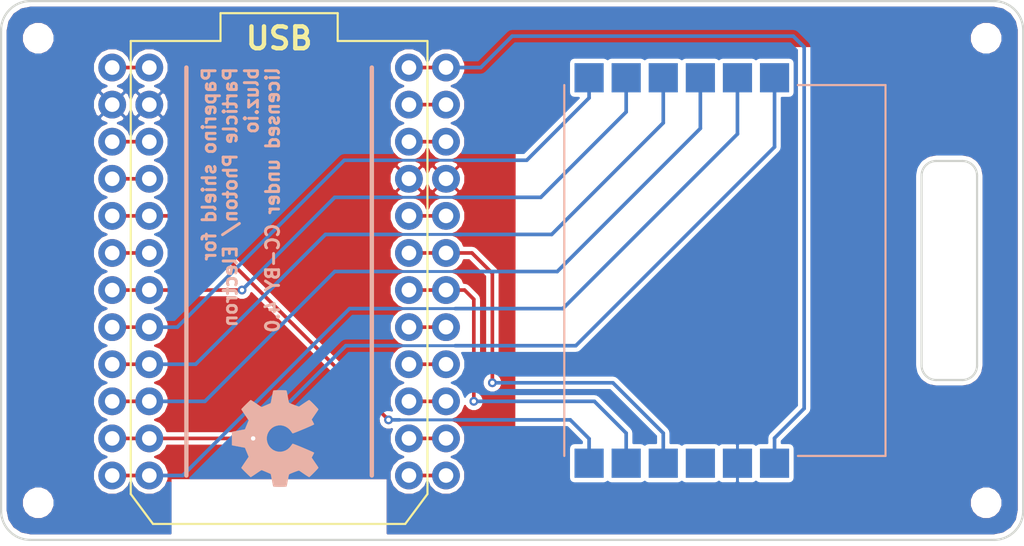
<source format=kicad_pcb>
(kicad_pcb (version 4) (host pcbnew 4.0.6)

  (general
    (links 36)
    (no_connects 0)
    (area 97.006666 62.5695 172.993334 107.476191)
    (thickness 1.6)
    (drawings 33)
    (tracks 111)
    (zones 0)
    (modules 7)
    (nets 25)
  )

  (page A4)
  (layers
    (0 F.Cu signal)
    (31 B.Cu signal)
    (32 B.Adhes user)
    (33 F.Adhes user)
    (34 B.Paste user)
    (35 F.Paste user)
    (36 B.SilkS user)
    (37 F.SilkS user)
    (38 B.Mask user)
    (39 F.Mask user)
    (40 Dwgs.User user)
    (41 Cmts.User user)
    (42 Eco1.User user)
    (43 Eco2.User user)
    (44 Edge.Cuts user)
    (45 Margin user)
    (46 B.CrtYd user)
    (47 F.CrtYd user)
    (48 B.Fab user)
    (49 F.Fab user)
  )

  (setup
    (last_trace_width 0.25)
    (user_trace_width 0.2)
    (user_trace_width 0.25)
    (trace_clearance 0.2)
    (zone_clearance 0.3)
    (zone_45_only yes)
    (trace_min 0.2)
    (segment_width 0.3)
    (edge_width 0.15)
    (via_size 0.6)
    (via_drill 0.3)
    (via_min_size 0.4)
    (via_min_drill 0.3)
    (uvia_size 0.3)
    (uvia_drill 0.1)
    (uvias_allowed no)
    (uvia_min_size 0.2)
    (uvia_min_drill 0.1)
    (pcb_text_width 0.3)
    (pcb_text_size 1.5 1.5)
    (mod_edge_width 0.15)
    (mod_text_size 1 1)
    (mod_text_width 0.15)
    (pad_size 1.524 1.524)
    (pad_drill 0.762)
    (pad_to_mask_clearance 0.1)
    (aux_axis_origin 0 0)
    (grid_origin 110.15 67.65)
    (visible_elements 7FFCFFFF)
    (pcbplotparams
      (layerselection 0x00030_80000001)
      (usegerberextensions false)
      (excludeedgelayer true)
      (linewidth 0.100000)
      (plotframeref false)
      (viasonmask false)
      (mode 1)
      (useauxorigin false)
      (hpglpennumber 1)
      (hpglpenspeed 20)
      (hpglpendiameter 15)
      (hpglpenoverlay 2)
      (psnegative false)
      (psa4output false)
      (plotreference true)
      (plotvalue true)
      (plotinvisibletext false)
      (padsonsilk false)
      (subtractmaskfromsilk false)
      (outputformat 1)
      (mirror false)
      (drillshape 1)
      (scaleselection 1)
      (outputdirectory ""))
  )

  (net 0 "")
  (net 1 "Net-(A1-Pad1)")
  (net 2 "Net-(A1-Pad13)")
  (net 3 GND)
  (net 4 "Net-(A1-Pad3)")
  (net 5 "Net-(A1-Pad4)")
  (net 6 /INT1)
  (net 7 "Net-(A1-Pad6)")
  (net 8 /SPI_MOSI)
  (net 9 /SPI_MISO)
  (net 10 /SPI_CLK)
  (net 11 /SPI_CS1)
  (net 12 /~BUSY)
  (net 13 /~RST)
  (net 14 "Net-(A1-Pad14)")
  (net 15 "Net-(A1-Pad15)")
  (net 16 "Net-(A1-Pad16)")
  (net 17 "Net-(A1-Pad17)")
  (net 18 /SPI_CS2)
  (net 19 "Net-(A1-Pad20)")
  (net 20 "Net-(A1-Pad22)")
  (net 21 "Net-(A1-Pad23)")
  (net 22 +3V3)
  (net 23 "Net-(A2-Pad3)")
  (net 24 /INT2)

  (net_class Default "This is the default net class."
    (clearance 0.2)
    (trace_width 0.25)
    (via_dia 0.6)
    (via_drill 0.3)
    (uvia_dia 0.3)
    (uvia_drill 0.1)
    (add_net +3V3)
    (add_net /INT1)
    (add_net /INT2)
    (add_net /SPI_CLK)
    (add_net /SPI_CS1)
    (add_net /SPI_CS2)
    (add_net /SPI_MISO)
    (add_net /SPI_MOSI)
    (add_net /~BUSY)
    (add_net /~RST)
    (add_net GND)
    (add_net "Net-(A1-Pad1)")
    (add_net "Net-(A1-Pad13)")
    (add_net "Net-(A1-Pad14)")
    (add_net "Net-(A1-Pad15)")
    (add_net "Net-(A1-Pad16)")
    (add_net "Net-(A1-Pad17)")
    (add_net "Net-(A1-Pad20)")
    (add_net "Net-(A1-Pad22)")
    (add_net "Net-(A1-Pad23)")
    (add_net "Net-(A1-Pad3)")
    (add_net "Net-(A1-Pad4)")
    (add_net "Net-(A1-Pad6)")
    (add_net "Net-(A2-Pad3)")
  )

  (module Paperino:paperino_module locked (layer B.Cu) (tedit 58D4C9CE) (tstamp 58D4CA5F)
    (at 149.57 81.55 90)
    (path /58D39C7F)
    (fp_text reference A2 (at -11.1 12.35 90) (layer B.SilkS) hide
      (effects (font (size 1 1) (thickness 0.15)) (justify mirror))
    )
    (fp_text value paperino_module (at -6.4 -13.5 90) (layer B.Fab) hide
      (effects (font (size 1 1) (thickness 0.15)) (justify mirror))
    )
    (fp_line (start 12.7 5) (end 12.7 11) (layer B.SilkS) (width 0.15))
    (fp_line (start -12.7 11) (end -12.7 5) (layer B.SilkS) (width 0.15))
    (fp_line (start -12.7 -11) (end 12.7 -11) (layer B.SilkS) (width 0.15))
    (fp_line (start -12.7 11) (end 12.7 11) (layer B.SilkS) (width 0.15))
    (pad 1 smd rect (at -12.7 3.4 90) (size 2 2) (drill (offset -0.5 0)) (layers B.Cu B.Paste B.Mask)
      (net 22 +3V3))
    (pad 7 smd rect (at 12.7 -9.3 90) (size 2 2) (drill (offset 0.5 0)) (layers B.Cu B.Paste B.Mask)
      (net 9 /SPI_MISO))
    (pad 2 smd rect (at -12.7 0.86 90) (size 2 2) (drill (offset -0.5 0)) (layers B.Cu B.Paste B.Mask)
      (net 3 GND))
    (pad 3 smd rect (at -12.7 -1.68 90) (size 2 2) (drill (offset -0.5 0)) (layers B.Cu B.Paste B.Mask)
      (net 23 "Net-(A2-Pad3)"))
    (pad 4 smd rect (at -12.7 -4.22 90) (size 2 2) (drill (offset -0.5 0)) (layers B.Cu B.Paste B.Mask)
      (net 18 /SPI_CS2))
    (pad 5 smd rect (at -12.7 -6.76 90) (size 2 2) (drill (offset -0.5 0)) (layers B.Cu B.Paste B.Mask)
      (net 24 /INT2))
    (pad 6 smd rect (at -12.7 -9.3 90) (size 2 2) (drill (offset -0.5 0)) (layers B.Cu B.Paste B.Mask)
      (net 6 /INT1))
    (pad 8 smd rect (at 12.7 -6.76 90) (size 2 2) (drill (offset 0.5 0)) (layers B.Cu B.Paste B.Mask)
      (net 8 /SPI_MOSI))
    (pad 9 smd rect (at 12.7 -4.22 90) (size 2 2) (drill (offset 0.5 0)) (layers B.Cu B.Paste B.Mask)
      (net 10 /SPI_CLK))
    (pad 10 smd rect (at 12.7 -1.68 90) (size 2 2) (drill (offset 0.5 0)) (layers B.Cu B.Paste B.Mask)
      (net 11 /SPI_CS1))
    (pad 11 smd rect (at 12.7 0.86 90) (size 2 2) (drill (offset 0.5 0)) (layers B.Cu B.Paste B.Mask)
      (net 13 /~RST))
    (pad 12 smd rect (at 12.7 3.4 90) (size 2 2) (drill (offset 0.5 0)) (layers B.Cu B.Paste B.Mask)
      (net 12 /~BUSY))
  )

  (module Paperino:mounting_hole_1.5 locked (layer F.Cu) (tedit 58D4C3AF) (tstamp 58D4CA64)
    (at 102.54 97.46)
    (path /58D4C49F)
    (fp_text reference M1 (at -1.0541 -2.0955) (layer F.SilkS) hide
      (effects (font (size 1 1) (thickness 0.15)))
    )
    (fp_text value Mounting_hole (at 0 1.7653) (layer F.Fab) hide
      (effects (font (size 1 1) (thickness 0.15)))
    )
    (pad "" np_thru_hole circle (at 0 0) (size 1.5 1.5) (drill 1.5) (layers *.Cu *.Mask))
  )

  (module Paperino:mounting_hole_1.5 locked (layer F.Cu) (tedit 58D4C3AF) (tstamp 58D4CA69)
    (at 167.46 65.64)
    (path /58D4C672)
    (fp_text reference M2 (at -1.0541 -2.0955) (layer F.SilkS) hide
      (effects (font (size 1 1) (thickness 0.15)))
    )
    (fp_text value Mounting_hole (at 0 1.7653) (layer F.Fab) hide
      (effects (font (size 1 1) (thickness 0.15)))
    )
    (pad "" np_thru_hole circle (at 0 0) (size 1.5 1.5) (drill 1.5) (layers *.Cu *.Mask))
  )

  (module Paperino:mounting_hole_1.5 locked (layer F.Cu) (tedit 58D4C3AF) (tstamp 58D4CA6E)
    (at 102.54 65.64)
    (path /58D4C696)
    (fp_text reference M3 (at -1.0541 -2.0955) (layer F.SilkS) hide
      (effects (font (size 1 1) (thickness 0.15)))
    )
    (fp_text value Mounting_hole (at 0 1.7653) (layer F.Fab) hide
      (effects (font (size 1 1) (thickness 0.15)))
    )
    (pad "" np_thru_hole circle (at 0 0) (size 1.5 1.5) (drill 1.5) (layers *.Cu *.Mask))
  )

  (module Paperino:mounting_hole_1.5 locked (layer F.Cu) (tedit 58D4C3AF) (tstamp 58D4CA73)
    (at 167.46 97.46)
    (path /58D4C6BB)
    (fp_text reference M4 (at -1.0541 -2.0955) (layer F.SilkS) hide
      (effects (font (size 1 1) (thickness 0.15)))
    )
    (fp_text value Mounting_hole (at 0 1.7653) (layer F.Fab) hide
      (effects (font (size 1 1) (thickness 0.15)))
    )
    (pad "" np_thru_hole circle (at 0 0) (size 1.5 1.5) (drill 1.5) (layers *.Cu *.Mask))
  )

  (module Paperino:photon_headers locked (layer F.Cu) (tedit 58E24207) (tstamp 58D4CA4B)
    (at 108.88 99.908)
    (path /58D3965C)
    (fp_text reference A1 (at 2.2 2) (layer F.SilkS) hide
      (effects (font (size 1 1) (thickness 0.15)))
    )
    (fp_text value Photon (at 10.75 1.65) (layer F.Fab) hide
      (effects (font (size 1 1) (thickness 0.15)))
    )
    (fp_line (start 20.32 -3.048) (end 18.796 -1) (layer F.SilkS) (width 0.15))
    (fp_line (start 1.524 -1) (end 0 -3.048) (layer F.SilkS) (width 0.15))
    (fp_line (start 14.1732 -34.076) (end 20.32 -34.076) (layer F.SilkS) (width 0.15))
    (fp_line (start 14.1732 -35.981) (end 14.1732 -34.076) (layer F.SilkS) (width 0.15))
    (fp_line (start 6.1468 -35.981) (end 14.1732 -35.981) (layer F.SilkS) (width 0.15))
    (fp_line (start 6.1468 -34.076) (end 6.1468 -35.981) (layer F.SilkS) (width 0.15))
    (fp_line (start 0 -34.076) (end 6.1468 -34.076) (layer F.SilkS) (width 0.15))
    (fp_line (start 20.32 -3.048) (end 20.32 -34.0741) (layer F.SilkS) (width 0.15))
    (fp_line (start 1.524 -1) (end 18.796 -1) (layer F.SilkS) (width 0.15))
    (fp_line (start 0 -3.048) (end 0 -34.076) (layer F.SilkS) (width 0.15))
    (pad 1 thru_hole circle (at 1.27 -32.258) (size 1.9 1.9) (drill 1) (layers *.Cu *.Mask)
      (net 1 "Net-(A1-Pad1)"))
    (pad 13 thru_hole circle (at 19.05 -4.318) (size 1.9 1.9) (drill 1) (layers *.Cu *.Mask)
      (net 2 "Net-(A1-Pad13)"))
    (pad 2 thru_hole circle (at 1.27 -29.718) (size 1.9 1.9) (drill 1) (layers *.Cu *.Mask)
      (net 3 GND))
    (pad 3 thru_hole circle (at 1.27 -27.178) (size 1.9 1.9) (drill 1) (layers *.Cu *.Mask)
      (net 4 "Net-(A1-Pad3)"))
    (pad 4 thru_hole circle (at 1.27 -24.638) (size 1.9 1.9) (drill 1) (layers *.Cu *.Mask)
      (net 5 "Net-(A1-Pad4)"))
    (pad 5 thru_hole circle (at 1.27 -22.098) (size 1.9 1.9) (drill 1) (layers *.Cu *.Mask)
      (net 6 /INT1))
    (pad 6 thru_hole circle (at 1.27 -19.558) (size 1.9 1.9) (drill 1) (layers *.Cu *.Mask)
      (net 7 "Net-(A1-Pad6)"))
    (pad 7 thru_hole circle (at 1.27 -17.018) (size 1.9 1.9) (drill 1) (layers *.Cu *.Mask)
      (net 8 /SPI_MOSI))
    (pad 8 thru_hole circle (at 1.27 -14.478) (size 1.9 1.9) (drill 1) (layers *.Cu *.Mask)
      (net 9 /SPI_MISO))
    (pad 9 thru_hole circle (at 1.27 -11.938) (size 1.9 1.9) (drill 1) (layers *.Cu *.Mask)
      (net 10 /SPI_CLK))
    (pad 10 thru_hole circle (at 1.27 -9.398) (size 1.9 1.9) (drill 1) (layers *.Cu *.Mask)
      (net 11 /SPI_CS1))
    (pad 11 thru_hole circle (at 1.27 -6.858) (size 1.9 1.9) (drill 1) (layers *.Cu *.Mask)
      (net 12 /~BUSY))
    (pad 12 thru_hole circle (at 1.27 -4.318) (size 1.9 1.9) (drill 1) (layers *.Cu *.Mask)
      (net 13 /~RST))
    (pad 14 thru_hole circle (at 19.05 -6.858) (size 1.9 1.9) (drill 1) (layers *.Cu *.Mask)
      (net 14 "Net-(A1-Pad14)"))
    (pad 15 thru_hole circle (at 19.05 -9.398) (size 1.9 1.9) (drill 1) (layers *.Cu *.Mask)
      (net 15 "Net-(A1-Pad15)"))
    (pad 16 thru_hole circle (at 19.05 -11.938) (size 1.9 1.9) (drill 1) (layers *.Cu *.Mask)
      (net 16 "Net-(A1-Pad16)"))
    (pad 17 thru_hole circle (at 19.05 -14.478) (size 1.9 1.9) (drill 1) (layers *.Cu *.Mask)
      (net 17 "Net-(A1-Pad17)"))
    (pad 18 thru_hole circle (at 19.05 -17.018) (size 1.9 1.9) (drill 1) (layers *.Cu *.Mask)
      (net 24 /INT2))
    (pad 19 thru_hole circle (at 19.05 -19.558) (size 1.9 1.9) (drill 1) (layers *.Cu *.Mask)
      (net 18 /SPI_CS2))
    (pad 20 thru_hole circle (at 19.05 -22.098) (size 1.9 1.9) (drill 1) (layers *.Cu *.Mask)
      (net 19 "Net-(A1-Pad20)"))
    (pad 21 thru_hole circle (at 19.05 -24.638) (size 1.9 1.9) (drill 1) (layers *.Cu *.Mask)
      (net 3 GND))
    (pad 22 thru_hole circle (at 19.05 -27.178) (size 1.9 1.9) (drill 1) (layers *.Cu *.Mask)
      (net 20 "Net-(A1-Pad22)"))
    (pad 23 thru_hole circle (at 19.05 -29.718) (size 1.9 1.9) (drill 1) (layers *.Cu *.Mask)
      (net 21 "Net-(A1-Pad23)"))
    (pad 24 thru_hole circle (at 19.05 -32.258) (size 1.9 1.9) (drill 1) (layers *.Cu *.Mask)
      (net 22 +3V3))
    (pad 1 thru_hole circle (at -1.27 -32.258) (size 1.9 1.9) (drill 1) (layers *.Cu *.Mask)
      (net 1 "Net-(A1-Pad1)"))
    (pad 2 thru_hole circle (at -1.27 -29.718) (size 1.9 1.9) (drill 1) (layers *.Cu *.Mask)
      (net 3 GND))
    (pad 3 thru_hole circle (at -1.27 -27.178) (size 1.9 1.9) (drill 1) (layers *.Cu *.Mask)
      (net 4 "Net-(A1-Pad3)"))
    (pad 4 thru_hole circle (at -1.27 -24.638) (size 1.9 1.9) (drill 1) (layers *.Cu *.Mask)
      (net 5 "Net-(A1-Pad4)"))
    (pad 5 thru_hole circle (at -1.27 -22.098) (size 1.9 1.9) (drill 1) (layers *.Cu *.Mask)
      (net 6 /INT1))
    (pad 6 thru_hole circle (at -1.27 -19.558) (size 1.9 1.9) (drill 1) (layers *.Cu *.Mask)
      (net 7 "Net-(A1-Pad6)"))
    (pad 7 thru_hole circle (at -1.27 -17.018) (size 1.9 1.9) (drill 1) (layers *.Cu *.Mask)
      (net 8 /SPI_MOSI))
    (pad 8 thru_hole circle (at -1.27 -14.478) (size 1.9 1.9) (drill 1) (layers *.Cu *.Mask)
      (net 9 /SPI_MISO))
    (pad 9 thru_hole circle (at -1.27 -11.938) (size 1.9 1.9) (drill 1) (layers *.Cu *.Mask)
      (net 10 /SPI_CLK))
    (pad 10 thru_hole circle (at -1.27 -9.398) (size 1.9 1.9) (drill 1) (layers *.Cu *.Mask)
      (net 11 /SPI_CS1))
    (pad 11 thru_hole circle (at -1.27 -6.858) (size 1.9 1.9) (drill 1) (layers *.Cu *.Mask)
      (net 12 /~BUSY))
    (pad 12 thru_hole circle (at -1.27 -4.318) (size 1.9 1.9) (drill 1) (layers *.Cu *.Mask)
      (net 13 /~RST))
    (pad 13 thru_hole circle (at 21.59 -4.318) (size 1.9 1.9) (drill 1) (layers *.Cu *.Mask)
      (net 2 "Net-(A1-Pad13)"))
    (pad 14 thru_hole circle (at 21.59 -6.858) (size 1.9 1.9) (drill 1) (layers *.Cu *.Mask)
      (net 14 "Net-(A1-Pad14)"))
    (pad 15 thru_hole circle (at 21.59 -9.398) (size 1.9 1.9) (drill 1) (layers *.Cu *.Mask)
      (net 15 "Net-(A1-Pad15)"))
    (pad 16 thru_hole circle (at 21.59 -11.938) (size 1.9 1.9) (drill 1) (layers *.Cu *.Mask)
      (net 16 "Net-(A1-Pad16)"))
    (pad 17 thru_hole circle (at 21.59 -14.478) (size 1.9 1.9) (drill 1) (layers *.Cu *.Mask)
      (net 17 "Net-(A1-Pad17)"))
    (pad 18 thru_hole circle (at 21.59 -17.018) (size 1.9 1.9) (drill 1) (layers *.Cu *.Mask)
      (net 24 /INT2))
    (pad 19 thru_hole circle (at 21.59 -19.558) (size 1.9 1.9) (drill 1) (layers *.Cu *.Mask)
      (net 18 /SPI_CS2))
    (pad 20 thru_hole circle (at 21.59 -22.098) (size 1.9 1.9) (drill 1) (layers *.Cu *.Mask)
      (net 19 "Net-(A1-Pad20)"))
    (pad 21 thru_hole circle (at 21.59 -24.638) (size 1.9 1.9) (drill 1) (layers *.Cu *.Mask)
      (net 3 GND))
    (pad 22 thru_hole circle (at 21.59 -27.178) (size 1.9 1.9) (drill 1) (layers *.Cu *.Mask)
      (net 20 "Net-(A1-Pad22)"))
    (pad 23 thru_hole circle (at 21.59 -29.718) (size 1.9 1.9) (drill 1) (layers *.Cu *.Mask)
      (net 21 "Net-(A1-Pad23)"))
    (pad 24 thru_hole circle (at 21.59 -32.258) (size 1.9 1.9) (drill 1) (layers *.Cu *.Mask)
      (net 22 +3V3))
  )

  (module Symbols:OSHW-Symbol_6.7x6mm_SilkScreen (layer B.Cu) (tedit 0) (tstamp 58EB38CA)
    (at 118.786 93.05 270)
    (descr "Open Source Hardware Symbol")
    (tags "Logo Symbol OSHW")
    (attr virtual)
    (fp_text reference REF*** (at 0 0 270) (layer B.SilkS) hide
      (effects (font (size 1 1) (thickness 0.15)) (justify mirror))
    )
    (fp_text value OSHW-Symbol_6.7x6mm_SilkScreen (at 0.75 0 270) (layer B.Fab) hide
      (effects (font (size 1 1) (thickness 0.15)) (justify mirror))
    )
    (fp_poly (pts (xy 0.555814 2.531069) (xy 0.639635 2.086445) (xy 0.94892 1.958947) (xy 1.258206 1.831449)
      (xy 1.629246 2.083754) (xy 1.733157 2.154004) (xy 1.827087 2.216728) (xy 1.906652 2.269062)
      (xy 1.96747 2.308143) (xy 2.005157 2.331107) (xy 2.015421 2.336058) (xy 2.03391 2.323324)
      (xy 2.07342 2.288118) (xy 2.129522 2.234938) (xy 2.197787 2.168282) (xy 2.273786 2.092646)
      (xy 2.353092 2.012528) (xy 2.431275 1.932426) (xy 2.503907 1.856836) (xy 2.566559 1.790255)
      (xy 2.614803 1.737182) (xy 2.64421 1.702113) (xy 2.651241 1.690377) (xy 2.641123 1.66874)
      (xy 2.612759 1.621338) (xy 2.569129 1.552807) (xy 2.513218 1.467785) (xy 2.448006 1.370907)
      (xy 2.410219 1.31565) (xy 2.341343 1.214752) (xy 2.28014 1.123701) (xy 2.229578 1.04703)
      (xy 2.192628 0.989272) (xy 2.172258 0.954957) (xy 2.169197 0.947746) (xy 2.176136 0.927252)
      (xy 2.195051 0.879487) (xy 2.223087 0.811168) (xy 2.257391 0.729011) (xy 2.295109 0.63973)
      (xy 2.333387 0.550042) (xy 2.36937 0.466662) (xy 2.400206 0.396306) (xy 2.423039 0.34569)
      (xy 2.435017 0.321529) (xy 2.435724 0.320578) (xy 2.454531 0.315964) (xy 2.504618 0.305672)
      (xy 2.580793 0.290713) (xy 2.677865 0.272099) (xy 2.790643 0.250841) (xy 2.856442 0.238582)
      (xy 2.97695 0.215638) (xy 3.085797 0.193805) (xy 3.177476 0.174278) (xy 3.246481 0.158252)
      (xy 3.287304 0.146921) (xy 3.295511 0.143326) (xy 3.303548 0.118994) (xy 3.310033 0.064041)
      (xy 3.31497 -0.015108) (xy 3.318364 -0.112026) (xy 3.320218 -0.220287) (xy 3.320538 -0.333465)
      (xy 3.319327 -0.445135) (xy 3.31659 -0.548868) (xy 3.312331 -0.638241) (xy 3.306555 -0.706826)
      (xy 3.299267 -0.748197) (xy 3.294895 -0.75681) (xy 3.268764 -0.767133) (xy 3.213393 -0.781892)
      (xy 3.136107 -0.799352) (xy 3.04423 -0.81778) (xy 3.012158 -0.823741) (xy 2.857524 -0.852066)
      (xy 2.735375 -0.874876) (xy 2.641673 -0.89308) (xy 2.572384 -0.907583) (xy 2.523471 -0.919292)
      (xy 2.490897 -0.929115) (xy 2.470628 -0.937956) (xy 2.458626 -0.946724) (xy 2.456947 -0.948457)
      (xy 2.440184 -0.976371) (xy 2.414614 -1.030695) (xy 2.382788 -1.104777) (xy 2.34726 -1.191965)
      (xy 2.310583 -1.285608) (xy 2.275311 -1.379052) (xy 2.243996 -1.465647) (xy 2.219193 -1.53874)
      (xy 2.203454 -1.591678) (xy 2.199332 -1.617811) (xy 2.199676 -1.618726) (xy 2.213641 -1.640086)
      (xy 2.245322 -1.687084) (xy 2.291391 -1.754827) (xy 2.348518 -1.838423) (xy 2.413373 -1.932982)
      (xy 2.431843 -1.959854) (xy 2.497699 -2.057275) (xy 2.55565 -2.146163) (xy 2.602538 -2.221412)
      (xy 2.635207 -2.27792) (xy 2.6505 -2.310581) (xy 2.651241 -2.314593) (xy 2.638392 -2.335684)
      (xy 2.602888 -2.377464) (xy 2.549293 -2.435445) (xy 2.482171 -2.505135) (xy 2.406087 -2.582045)
      (xy 2.325604 -2.661683) (xy 2.245287 -2.739561) (xy 2.169699 -2.811186) (xy 2.103405 -2.87207)
      (xy 2.050969 -2.917721) (xy 2.016955 -2.94365) (xy 2.007545 -2.947883) (xy 1.985643 -2.937912)
      (xy 1.9408 -2.91102) (xy 1.880321 -2.871736) (xy 1.833789 -2.840117) (xy 1.749475 -2.782098)
      (xy 1.649626 -2.713784) (xy 1.549473 -2.645579) (xy 1.495627 -2.609075) (xy 1.313371 -2.4858)
      (xy 1.160381 -2.56852) (xy 1.090682 -2.604759) (xy 1.031414 -2.632926) (xy 0.991311 -2.648991)
      (xy 0.981103 -2.651226) (xy 0.968829 -2.634722) (xy 0.944613 -2.588082) (xy 0.910263 -2.515609)
      (xy 0.867588 -2.421606) (xy 0.818394 -2.310374) (xy 0.76449 -2.186215) (xy 0.707684 -2.053432)
      (xy 0.649782 -1.916327) (xy 0.592593 -1.779202) (xy 0.537924 -1.646358) (xy 0.487584 -1.522098)
      (xy 0.44338 -1.410725) (xy 0.407119 -1.316539) (xy 0.380609 -1.243844) (xy 0.365658 -1.196941)
      (xy 0.363254 -1.180833) (xy 0.382311 -1.160286) (xy 0.424036 -1.126933) (xy 0.479706 -1.087702)
      (xy 0.484378 -1.084599) (xy 0.628264 -0.969423) (xy 0.744283 -0.835053) (xy 0.83143 -0.685784)
      (xy 0.888699 -0.525913) (xy 0.915086 -0.359737) (xy 0.909585 -0.191552) (xy 0.87119 -0.025655)
      (xy 0.798895 0.133658) (xy 0.777626 0.168513) (xy 0.666996 0.309263) (xy 0.536302 0.422286)
      (xy 0.390064 0.506997) (xy 0.232808 0.562806) (xy 0.069057 0.589126) (xy -0.096667 0.58537)
      (xy -0.259838 0.55095) (xy -0.415935 0.485277) (xy -0.560433 0.387765) (xy -0.605131 0.348187)
      (xy -0.718888 0.224297) (xy -0.801782 0.093876) (xy -0.858644 -0.052315) (xy -0.890313 -0.197088)
      (xy -0.898131 -0.35986) (xy -0.872062 -0.52344) (xy -0.814755 -0.682298) (xy -0.728856 -0.830906)
      (xy -0.617014 -0.963735) (xy -0.481877 -1.075256) (xy -0.464117 -1.087011) (xy -0.40785 -1.125508)
      (xy -0.365077 -1.158863) (xy -0.344628 -1.18016) (xy -0.344331 -1.180833) (xy -0.348721 -1.203871)
      (xy -0.366124 -1.256157) (xy -0.394732 -1.33339) (xy -0.432735 -1.431268) (xy -0.478326 -1.545491)
      (xy -0.529697 -1.671758) (xy -0.585038 -1.805767) (xy -0.642542 -1.943218) (xy -0.700399 -2.079808)
      (xy -0.756802 -2.211237) (xy -0.809942 -2.333205) (xy -0.85801 -2.441409) (xy -0.899199 -2.531549)
      (xy -0.931699 -2.599323) (xy -0.953703 -2.64043) (xy -0.962564 -2.651226) (xy -0.98964 -2.642819)
      (xy -1.040303 -2.620272) (xy -1.105817 -2.587613) (xy -1.141841 -2.56852) (xy -1.294832 -2.4858)
      (xy -1.477088 -2.609075) (xy -1.570125 -2.672228) (xy -1.671985 -2.741727) (xy -1.767438 -2.807165)
      (xy -1.81525 -2.840117) (xy -1.882495 -2.885273) (xy -1.939436 -2.921057) (xy -1.978646 -2.942938)
      (xy -1.991381 -2.947563) (xy -2.009917 -2.935085) (xy -2.050941 -2.900252) (xy -2.110475 -2.846678)
      (xy -2.184542 -2.777983) (xy -2.269165 -2.697781) (xy -2.322685 -2.646286) (xy -2.416319 -2.554286)
      (xy -2.497241 -2.471999) (xy -2.562177 -2.402945) (xy -2.607858 -2.350644) (xy -2.631011 -2.318616)
      (xy -2.633232 -2.312116) (xy -2.622924 -2.287394) (xy -2.594439 -2.237405) (xy -2.550937 -2.167212)
      (xy -2.495577 -2.081875) (xy -2.43152 -1.986456) (xy -2.413303 -1.959854) (xy -2.346927 -1.863167)
      (xy -2.287378 -1.776117) (xy -2.237984 -1.703595) (xy -2.202075 -1.650493) (xy -2.182981 -1.621703)
      (xy -2.181136 -1.618726) (xy -2.183895 -1.595782) (xy -2.198538 -1.545336) (xy -2.222513 -1.474041)
      (xy -2.253266 -1.388547) (xy -2.288244 -1.295507) (xy -2.324893 -1.201574) (xy -2.360661 -1.113399)
      (xy -2.392994 -1.037634) (xy -2.419338 -0.980931) (xy -2.437142 -0.949943) (xy -2.438407 -0.948457)
      (xy -2.449294 -0.939601) (xy -2.467682 -0.930843) (xy -2.497606 -0.921277) (xy -2.543103 -0.909996)
      (xy -2.608209 -0.896093) (xy -2.696961 -0.878663) (xy -2.813393 -0.856798) (xy -2.961542 -0.829591)
      (xy -2.993618 -0.823741) (xy -3.088686 -0.805374) (xy -3.171565 -0.787405) (xy -3.23493 -0.771569)
      (xy -3.271458 -0.7596) (xy -3.276356 -0.75681) (xy -3.284427 -0.732072) (xy -3.290987 -0.67679)
      (xy -3.296033 -0.597389) (xy -3.299559 -0.500296) (xy -3.301561 -0.391938) (xy -3.302036 -0.27874)
      (xy -3.300977 -0.167128) (xy -3.298382 -0.063529) (xy -3.294246 0.025632) (xy -3.288563 0.093928)
      (xy -3.281331 0.134934) (xy -3.276971 0.143326) (xy -3.252698 0.151792) (xy -3.197426 0.165565)
      (xy -3.116662 0.18345) (xy -3.015912 0.204252) (xy -2.900683 0.226777) (xy -2.837902 0.238582)
      (xy -2.718787 0.260849) (xy -2.612565 0.281021) (xy -2.524427 0.298085) (xy -2.459566 0.311031)
      (xy -2.423174 0.318845) (xy -2.417184 0.320578) (xy -2.407061 0.34011) (xy -2.385662 0.387157)
      (xy -2.355839 0.454997) (xy -2.320445 0.536909) (xy -2.282332 0.626172) (xy -2.244353 0.716065)
      (xy -2.20936 0.799865) (xy -2.180206 0.870853) (xy -2.159743 0.922306) (xy -2.150823 0.947503)
      (xy -2.150657 0.948604) (xy -2.160769 0.968481) (xy -2.189117 1.014223) (xy -2.232723 1.081283)
      (xy -2.288606 1.165116) (xy -2.353787 1.261174) (xy -2.391679 1.31635) (xy -2.460725 1.417519)
      (xy -2.52205 1.50937) (xy -2.572663 1.587256) (xy -2.609571 1.646531) (xy -2.629782 1.682549)
      (xy -2.632701 1.690623) (xy -2.620153 1.709416) (xy -2.585463 1.749543) (xy -2.533063 1.806507)
      (xy -2.467384 1.875815) (xy -2.392856 1.952969) (xy -2.313913 2.033475) (xy -2.234983 2.112837)
      (xy -2.1605 2.18656) (xy -2.094894 2.250148) (xy -2.042596 2.299106) (xy -2.008039 2.328939)
      (xy -1.996478 2.336058) (xy -1.977654 2.326047) (xy -1.932631 2.297922) (xy -1.865787 2.254546)
      (xy -1.781499 2.198782) (xy -1.684144 2.133494) (xy -1.610707 2.083754) (xy -1.239667 1.831449)
      (xy -0.621095 2.086445) (xy -0.537275 2.531069) (xy -0.453454 2.975693) (xy 0.471994 2.975693)
      (xy 0.555814 2.531069)) (layer B.SilkS) (width 0.01))
  )

  (gr_text USB (at 119.04 65.65) (layer F.SilkS)
    (effects (font (size 1.5 1.5) (thickness 0.3)))
  )
  (gr_text "Paperino shield for \nParticle Photon/ Electron\nbluz.io\nlicensed under CC-BY 4.0" (at 116.425 67.525 90) (layer B.SilkS)
    (effects (font (size 0.9 0.9) (thickness 0.2)) (justify left mirror))
  )
  (gr_line (start 125.39 95.59) (end 125.39 67.65) (layer B.SilkS) (width 0.3))
  (gr_line (start 112.69 67.65) (end 112.69 95.59) (layer B.SilkS) (width 0.3))
  (gr_text "z-axis milling\ntop side\n-0.8 mm" (at 146.91 81.89) (layer Eco1.User)
    (effects (font (size 1.5 1.5) (thickness 0.3)))
  )
  (gr_line (start 135.24 67.27) (end 135.24 95.83) (layer Eco1.User) (width 0.15))
  (gr_arc (start 136.24 67.27) (end 135.24 67.27) (angle 90) (layer Eco1.User) (width 0.15) (tstamp 58DE006B))
  (gr_line (start 157.76 66.27) (end 136.24 66.27) (layer Eco1.User) (width 0.15) (tstamp 58DE004D))
  (gr_arc (start 157.76 67.27) (end 157.76 66.27) (angle 90) (layer Eco1.User) (width 0.15) (tstamp 58DE000B))
  (gr_line (start 158.76 74.05) (end 158.76 67.27) (layer Eco1.User) (width 0.15) (tstamp 58DDFFE1))
  (gr_line (start 164.54 74.05) (end 158.76 74.05) (layer Eco1.User) (width 0.15) (tstamp 58DDFFE0))
  (gr_arc (start 136.24 95.83) (end 136.24 96.83) (angle 90) (layer Eco1.User) (width 0.15) (tstamp 58DDFFAB))
  (gr_line (start 157.76 96.83) (end 136.24 96.83) (layer Eco1.User) (width 0.15))
  (gr_arc (start 157.76 95.83) (end 158.76 95.83) (angle 90) (layer Eco1.User) (width 0.15))
  (gr_line (start 158.76 89.05) (end 158.76 95.83) (layer Eco1.User) (width 0.15))
  (gr_line (start 164.54 89.05) (end 158.76 89.05) (layer Eco1.User) (width 0.15))
  (gr_line (start 164.54 89.05) (end 164.54 74.05) (layer Eco1.User) (width 0.15))
  (gr_arc (start 164.04 75.05) (end 164.04 74.05) (angle -90) (layer Edge.Cuts) (width 0.15) (tstamp 58DDFBA4))
  (gr_line (start 163.04 75.05) (end 163.04 88.05) (layer Edge.Cuts) (width 0.15) (tstamp 58DDFB98))
  (gr_arc (start 164.04 88.05) (end 164.04 89.05) (angle 90) (layer Edge.Cuts) (width 0.15) (tstamp 58DDFB6E))
  (gr_line (start 165.84 89.05) (end 164.04 89.05) (layer Edge.Cuts) (width 0.15) (tstamp 58DDFB57))
  (gr_line (start 165.84 74.05) (end 164.04 74.05) (layer Edge.Cuts) (width 0.15))
  (gr_arc (start 165.84 75.05) (end 165.84 74.05) (angle 90) (layer Edge.Cuts) (width 0.15))
  (gr_arc (start 165.84 88.05) (end 166.84 88.05) (angle 90) (layer Edge.Cuts) (width 0.15))
  (gr_line (start 166.84 75.05) (end 166.84 88.05) (layer Edge.Cuts) (width 0.15))
  (gr_arc (start 168 65.1) (end 168 63.1) (angle 87.13759477) (layer Edge.Cuts) (width 0.15))
  (gr_arc (start 168 98) (end 170 98) (angle 90) (layer Edge.Cuts) (width 0.15))
  (gr_arc (start 102 65.1) (end 100 65.1) (angle 90) (layer Edge.Cuts) (width 0.15))
  (gr_arc (start 102 98) (end 102 100) (angle 90) (layer Edge.Cuts) (width 0.15))
  (gr_line (start 100 65.1) (end 100 98) (layer Edge.Cuts) (width 0.15))
  (gr_line (start 168 63.1) (end 102 63.1) (layer Edge.Cuts) (width 0.15))
  (gr_line (start 170 98) (end 170 65) (layer Edge.Cuts) (width 0.15))
  (gr_line (start 102 100) (end 168 100) (layer Edge.Cuts) (width 0.15))

  (segment (start 107.61 67.65) (end 108.953502 67.65) (width 0.25) (layer F.Cu) (net 1))
  (segment (start 108.953502 67.65) (end 110.15 67.65) (width 0.25) (layer F.Cu) (net 1))
  (segment (start 127.93 95.59) (end 130.47 95.59) (width 0.25) (layer F.Cu) (net 2))
  (segment (start 107.61 72.73) (end 110.15 72.73) (width 0.25) (layer F.Cu) (net 4))
  (segment (start 107.61 75.27) (end 108.953502 75.27) (width 0.25) (layer F.Cu) (net 5))
  (segment (start 108.953502 75.27) (end 110.15 75.27) (width 0.25) (layer F.Cu) (net 5))
  (segment (start 126.533 91.78) (end 127.295 91.78) (width 0.25) (layer B.Cu) (net 6))
  (segment (start 112.563 77.81) (end 126.533 91.78) (width 0.25) (layer F.Cu) (net 6))
  (via (at 126.533 91.78) (size 0.6) (drill 0.3) (layers F.Cu B.Cu) (net 6))
  (segment (start 110.15 77.81) (end 112.563 77.81) (width 0.25) (layer F.Cu) (net 6))
  (segment (start 131.105 91.78) (end 127.295 91.78) (width 0.2) (layer B.Cu) (net 6))
  (segment (start 138.979 91.78) (end 131.105 91.78) (width 0.25) (layer B.Cu) (net 6))
  (segment (start 140.27 93.071) (end 138.979 91.78) (width 0.25) (layer B.Cu) (net 6))
  (segment (start 140.27 94.25) (end 140.27 93.071) (width 0.25) (layer B.Cu) (net 6))
  (segment (start 110.15 77.81) (end 108.806498 77.81) (width 0.25) (layer F.Cu) (net 6))
  (segment (start 108.806498 77.81) (end 107.61 77.81) (width 0.25) (layer F.Cu) (net 6))
  (segment (start 107.61 80.35) (end 108.953502 80.35) (width 0.25) (layer F.Cu) (net 7))
  (segment (start 108.953502 80.35) (end 110.15 80.35) (width 0.25) (layer F.Cu) (net 7))
  (segment (start 116.5 82.89) (end 122.85 76.54) (width 0.25) (layer B.Cu) (net 8))
  (segment (start 122.85 76.54) (end 127.295 76.54) (width 0.25) (layer B.Cu) (net 8))
  (segment (start 110.15 82.89) (end 116.5 82.89) (width 0.25) (layer F.Cu) (net 8))
  (via (at 116.5 82.89) (size 0.6) (drill 0.3) (layers F.Cu B.Cu) (net 8))
  (segment (start 128.311 76.54) (end 127.295 76.54) (width 0.2) (layer B.Cu) (net 8))
  (segment (start 131.105 76.54) (end 128.311 76.54) (width 0.2) (layer B.Cu) (net 8))
  (segment (start 136.9597 76.54) (end 131.105 76.54) (width 0.25) (layer B.Cu) (net 8))
  (segment (start 142.81 70.6897) (end 136.9597 76.54) (width 0.25) (layer B.Cu) (net 8))
  (segment (start 142.81 68.85) (end 142.81 70.6897) (width 0.25) (layer B.Cu) (net 8))
  (segment (start 107.61 82.89) (end 108.953502 82.89) (width 0.25) (layer F.Cu) (net 8))
  (segment (start 108.953502 82.89) (end 110.15 82.89) (width 0.25) (layer F.Cu) (net 8))
  (segment (start 127 74) (end 123.5 74) (width 0.25) (layer B.Cu) (net 9))
  (segment (start 123.5 74) (end 112.07 85.43) (width 0.25) (layer B.Cu) (net 9))
  (segment (start 112.07 85.43) (end 110.15 85.43) (width 0.25) (layer B.Cu) (net 9))
  (segment (start 131.25 74) (end 127 74) (width 0.2) (layer B.Cu) (net 9))
  (segment (start 136 74) (end 131.25 74) (width 0.25) (layer B.Cu) (net 9))
  (segment (start 140.27 69.73) (end 136 74) (width 0.25) (layer B.Cu) (net 9))
  (segment (start 140.27 68.85) (end 140.27 69.73) (width 0.25) (layer B.Cu) (net 9))
  (segment (start 107.61 85.43) (end 108.953502 85.43) (width 0.25) (layer F.Cu) (net 9))
  (segment (start 108.953502 85.43) (end 110.15 85.43) (width 0.25) (layer F.Cu) (net 9))
  (segment (start 122.215 79.08) (end 113.325 87.97) (width 0.25) (layer B.Cu) (net 10))
  (segment (start 113.325 87.97) (end 110.15 87.97) (width 0.25) (layer B.Cu) (net 10))
  (segment (start 127.295 79.08) (end 122.215 79.08) (width 0.25) (layer B.Cu) (net 10))
  (segment (start 131.105 79.08) (end 127.295 79.08) (width 0.2) (layer B.Cu) (net 10))
  (segment (start 131.486 79.08) (end 131.232 79.08) (width 0.25) (layer B.Cu) (net 10))
  (segment (start 137.709 79.08) (end 131.486 79.08) (width 0.25) (layer B.Cu) (net 10))
  (segment (start 131.486 79.08) (end 131.105 79.08) (width 0.25) (layer B.Cu) (net 10))
  (segment (start 145.35 71.439) (end 137.709 79.08) (width 0.25) (layer B.Cu) (net 10))
  (segment (start 145.35 68.85) (end 145.35 71.439) (width 0.25) (layer B.Cu) (net 10))
  (segment (start 107.61 87.97) (end 110.15 87.97) (width 0.25) (layer F.Cu) (net 10))
  (segment (start 113.96 90.51) (end 122.85 81.62) (width 0.25) (layer B.Cu) (net 11))
  (segment (start 122.85 81.62) (end 127.295 81.62) (width 0.25) (layer B.Cu) (net 11))
  (segment (start 110.15 90.51) (end 113.96 90.51) (width 0.25) (layer B.Cu) (net 11))
  (segment (start 131.105 81.62) (end 127.295 81.62) (width 0.2) (layer B.Cu) (net 11))
  (segment (start 138.09 81.62) (end 131.105 81.62) (width 0.25) (layer B.Cu) (net 11))
  (segment (start 147.89 71.82) (end 138.09 81.62) (width 0.25) (layer B.Cu) (net 11))
  (segment (start 147.89 68.85) (end 147.89 71.82) (width 0.25) (layer B.Cu) (net 11))
  (segment (start 107.61 90.51) (end 110.15 90.51) (width 0.25) (layer F.Cu) (net 11))
  (segment (start 117.262 93.05) (end 116.837736 93.05) (width 0.25) (layer F.Cu) (net 12))
  (segment (start 116.837736 93.05) (end 110.15 93.05) (width 0.25) (layer F.Cu) (net 12))
  (segment (start 123.612 86.7) (end 117.262 93.05) (width 0.25) (layer B.Cu) (net 12))
  (via (at 117.262 93.05) (size 0.6) (drill 0.3) (layers F.Cu B.Cu) (net 12))
  (segment (start 127.295 86.7) (end 123.612 86.7) (width 0.25) (layer B.Cu) (net 12))
  (segment (start 131.105 86.7) (end 127.295 86.7) (width 0.2) (layer B.Cu) (net 12))
  (segment (start 139.36 86.7) (end 131.105 86.7) (width 0.25) (layer B.Cu) (net 12))
  (segment (start 152.97 73.09) (end 139.36 86.7) (width 0.25) (layer B.Cu) (net 12))
  (segment (start 152.97 68.85) (end 152.97 73.09) (width 0.25) (layer B.Cu) (net 12))
  (segment (start 107.61 93.05) (end 108.953502 93.05) (width 0.25) (layer F.Cu) (net 12))
  (segment (start 108.953502 93.05) (end 110.15 93.05) (width 0.25) (layer F.Cu) (net 12))
  (segment (start 127.295 84.16) (end 123.866 84.16) (width 0.25) (layer B.Cu) (net 13))
  (segment (start 123.866 84.16) (end 112.436 95.59) (width 0.25) (layer B.Cu) (net 13))
  (segment (start 112.436 95.59) (end 110.15 95.59) (width 0.25) (layer B.Cu) (net 13))
  (segment (start 131.105 84.16) (end 127.295 84.16) (width 0.2) (layer B.Cu) (net 13))
  (segment (start 138.471 84.16) (end 131.105 84.16) (width 0.25) (layer B.Cu) (net 13))
  (segment (start 150.43 72.201) (end 138.471 84.16) (width 0.25) (layer B.Cu) (net 13))
  (segment (start 150.43 68.85) (end 150.43 72.201) (width 0.25) (layer B.Cu) (net 13))
  (segment (start 107.61 95.59) (end 108.953502 95.59) (width 0.25) (layer F.Cu) (net 13))
  (segment (start 108.953502 95.59) (end 110.15 95.59) (width 0.25) (layer F.Cu) (net 13))
  (segment (start 127.93 93.05) (end 130.47 93.05) (width 0.25) (layer F.Cu) (net 14))
  (segment (start 127.93 90.51) (end 130.47 90.51) (width 0.25) (layer F.Cu) (net 15))
  (segment (start 127.93 87.97) (end 129.273502 87.97) (width 0.25) (layer F.Cu) (net 16))
  (segment (start 129.273502 87.97) (end 130.47 87.97) (width 0.25) (layer F.Cu) (net 16))
  (segment (start 127.93 85.43) (end 129.273502 85.43) (width 0.25) (layer F.Cu) (net 17))
  (segment (start 129.273502 85.43) (end 130.47 85.43) (width 0.25) (layer F.Cu) (net 17))
  (segment (start 132.248 80.35) (end 130.47 80.35) (width 0.25) (layer F.Cu) (net 18))
  (segment (start 133.645 81.747) (end 132.248 80.35) (width 0.25) (layer F.Cu) (net 18))
  (segment (start 133.645 89.24) (end 133.645 81.747) (width 0.25) (layer F.Cu) (net 18))
  (segment (start 145.35 92.69) (end 141.9 89.24) (width 0.25) (layer B.Cu) (net 18))
  (segment (start 141.9 89.24) (end 133.645 89.24) (width 0.25) (layer B.Cu) (net 18))
  (via (at 133.645 89.24) (size 0.6) (drill 0.3) (layers F.Cu B.Cu) (net 18))
  (segment (start 145.35 94.25) (end 145.35 92.69) (width 0.25) (layer B.Cu) (net 18))
  (segment (start 127.93 80.35) (end 130.47 80.35) (width 0.25) (layer F.Cu) (net 18))
  (segment (start 127.93 77.81) (end 130.47 77.81) (width 0.25) (layer F.Cu) (net 19))
  (segment (start 127.93 72.73) (end 129.273502 72.73) (width 0.25) (layer F.Cu) (net 20))
  (segment (start 129.273502 72.73) (end 130.47 72.73) (width 0.25) (layer F.Cu) (net 20))
  (segment (start 127.93 70.19) (end 129.273502 70.19) (width 0.25) (layer F.Cu) (net 21))
  (segment (start 129.273502 70.19) (end 130.47 70.19) (width 0.25) (layer F.Cu) (net 21))
  (segment (start 152.97 94.25) (end 152.97 93.03) (width 0.25) (layer B.Cu) (net 22))
  (segment (start 152.97 93.03) (end 155 91) (width 0.25) (layer B.Cu) (net 22))
  (segment (start 155 91) (end 155 66.25) (width 0.25) (layer B.Cu) (net 22))
  (segment (start 155 66.25) (end 154.25 65.5) (width 0.25) (layer B.Cu) (net 22))
  (segment (start 154.25 65.5) (end 135 65.5) (width 0.25) (layer B.Cu) (net 22))
  (segment (start 135 65.5) (end 132.85 67.65) (width 0.25) (layer B.Cu) (net 22))
  (segment (start 132.85 67.65) (end 130.47 67.65) (width 0.25) (layer B.Cu) (net 22))
  (segment (start 127.93 67.65) (end 130.47 67.65) (width 0.25) (layer F.Cu) (net 22))
  (segment (start 131.74 82.89) (end 130.47 82.89) (width 0.25) (layer F.Cu) (net 24))
  (segment (start 132.375 83.525) (end 131.74 82.89) (width 0.25) (layer F.Cu) (net 24))
  (segment (start 132.375 90.51) (end 132.375 83.525) (width 0.25) (layer F.Cu) (net 24))
  (segment (start 142.81 92.69) (end 140.63 90.51) (width 0.25) (layer B.Cu) (net 24))
  (segment (start 140.63 90.51) (end 132.375 90.51) (width 0.25) (layer B.Cu) (net 24))
  (via (at 132.375 90.51) (size 0.6) (drill 0.3) (layers F.Cu B.Cu) (net 24))
  (segment (start 142.81 94.25) (end 142.81 92.69) (width 0.25) (layer B.Cu) (net 24))
  (segment (start 127.93 82.89) (end 130.47 82.89) (width 0.25) (layer F.Cu) (net 24))

  (zone (net 0) (net_name "") (layer F.Cu) (tstamp 0) (hatch edge 0.508)
    (connect_pads (clearance 0.508))
    (min_thickness 0.254)
    (keepout (tracks not_allowed) (vias not_allowed) (copperpour not_allowed))
    (fill yes (arc_segments 16) (thermal_gap 0.508) (thermal_bridge_width 0.508))
    (polygon
      (pts
        (xy 135.21 96.95) (xy 158.71 96.95) (xy 158.75 89) (xy 164.5 89) (xy 164.5 74)
        (xy 158.75 74) (xy 158.75 66.25) (xy 135.25 66.25)
      )
    )
  )
  (zone (net 3) (net_name GND) (layer F.Cu) (tstamp 0) (hatch edge 0.508)
    (connect_pads thru_hole_only (clearance 0.3))
    (min_thickness 0.15)
    (fill yes (arc_segments 16) (thermal_gap 0.3) (thermal_bridge_width 0.2))
    (polygon
      (pts
        (xy 100 100) (xy 170 100) (xy 170 63.2) (xy 170 63.1) (xy 100 63.1)
      )
    )
    (filled_polygon
      (pts
        (xy 168.589785 63.676131) (xy 169.089782 64.010218) (xy 169.427106 64.515061) (xy 169.55 65.061217) (xy 169.55 97.955681)
        (xy 169.423869 98.589785) (xy 169.089782 99.089782) (xy 168.589785 99.423869) (xy 167.95568 99.55) (xy 126.481 99.55)
        (xy 126.481 97.682795) (xy 166.334805 97.682795) (xy 166.505715 98.096429) (xy 166.821907 98.413172) (xy 167.235242 98.584804)
        (xy 167.682795 98.585195) (xy 168.096429 98.414285) (xy 168.413172 98.098093) (xy 168.584804 97.684758) (xy 168.585195 97.237205)
        (xy 168.414285 96.823571) (xy 168.098093 96.506828) (xy 167.684758 96.335196) (xy 167.237205 96.334805) (xy 166.823571 96.505715)
        (xy 166.506828 96.821907) (xy 166.335196 97.235242) (xy 166.334805 97.682795) (xy 126.481 97.682795) (xy 126.481 96.949902)
        (xy 135.135 96.949902) (xy 135.140129 96.977259) (xy 135.156239 97.002295) (xy 135.180821 97.019091) (xy 135.21 97.025)
        (xy 158.71 97.025) (xy 158.736907 97.020007) (xy 158.762024 97.004023) (xy 158.778943 96.979526) (xy 158.784999 96.950377)
        (xy 158.824624 89.075) (xy 163.026618 89.075) (xy 163.082886 89.131268) (xy 163.082889 89.131269) (xy 163.407307 89.348039)
        (xy 163.40731 89.348042) (xy 163.4692 89.373677) (xy 163.569527 89.415234) (xy 163.569532 89.415234) (xy 163.95221 89.491353)
        (xy 163.996529 89.491353) (xy 164.04 89.5) (xy 165.84 89.5) (xy 165.883471 89.491353) (xy 165.92779 89.491353)
        (xy 166.310468 89.415234) (xy 166.310473 89.415234) (xy 166.380892 89.386065) (xy 166.47269 89.348042) (xy 166.472695 89.348037)
        (xy 166.797111 89.13127) (xy 166.797114 89.131269) (xy 166.878382 89.05) (xy 166.921268 89.007114) (xy 166.921269 89.007111)
        (xy 167.138039 88.682693) (xy 167.138042 88.68269) (xy 167.172409 88.599718) (xy 167.205234 88.520473) (xy 167.205234 88.520468)
        (xy 167.281353 88.13779) (xy 167.281353 88.093471) (xy 167.29 88.05) (xy 167.29 75.05) (xy 167.281353 75.006529)
        (xy 167.281353 74.96221) (xy 167.205234 74.579532) (xy 167.205234 74.579527) (xy 167.158104 74.465746) (xy 167.138042 74.41731)
        (xy 167.138039 74.417307) (xy 166.921268 74.092887) (xy 166.921268 74.092886) (xy 166.828382 74) (xy 166.797114 73.968731)
        (xy 166.797111 73.96873) (xy 166.472695 73.751963) (xy 166.47269 73.751958) (xy 166.377665 73.712598) (xy 166.310473 73.684766)
        (xy 166.310468 73.684766) (xy 165.92779 73.608647) (xy 165.883471 73.608647) (xy 165.84 73.6) (xy 164.04 73.6)
        (xy 163.996529 73.608647) (xy 163.95221 73.608647) (xy 163.569532 73.684766) (xy 163.488418 73.718363) (xy 163.40731 73.751958)
        (xy 163.407307 73.751961) (xy 163.148336 73.925) (xy 158.825 73.925) (xy 158.825 66.25) (xy 158.819871 66.222741)
        (xy 158.803761 66.197705) (xy 158.779179 66.180909) (xy 158.75 66.175) (xy 135.25 66.175) (xy 135.222832 66.180094)
        (xy 135.197775 66.196171) (xy 135.180947 66.220731) (xy 135.175 66.249902) (xy 135.135 96.949902) (xy 126.481 96.949902)
        (xy 126.481 95.844) (xy 126.475871 95.816741) (xy 126.459761 95.791705) (xy 126.435179 95.774909) (xy 126.406 95.769)
        (xy 111.674 95.769) (xy 111.646741 95.774129) (xy 111.621705 95.790239) (xy 111.604909 95.814821) (xy 111.599 95.844)
        (xy 111.599 99.55) (xy 102.044319 99.55) (xy 101.410215 99.423869) (xy 100.910218 99.089782) (xy 100.576131 98.589785)
        (xy 100.45 97.95568) (xy 100.45 97.682795) (xy 101.414805 97.682795) (xy 101.585715 98.096429) (xy 101.901907 98.413172)
        (xy 102.315242 98.584804) (xy 102.762795 98.585195) (xy 103.176429 98.414285) (xy 103.493172 98.098093) (xy 103.664804 97.684758)
        (xy 103.665195 97.237205) (xy 103.494285 96.823571) (xy 103.178093 96.506828) (xy 102.764758 96.335196) (xy 102.317205 96.334805)
        (xy 101.903571 96.505715) (xy 101.586828 96.821907) (xy 101.415196 97.235242) (xy 101.414805 97.682795) (xy 100.45 97.682795)
        (xy 100.45 72.992402) (xy 106.284771 72.992402) (xy 106.486065 73.479572) (xy 106.858468 73.852625) (xy 107.213659 74.000113)
        (xy 106.860428 74.146065) (xy 106.487375 74.518468) (xy 106.285231 75.005285) (xy 106.284771 75.532402) (xy 106.486065 76.019572)
        (xy 106.858468 76.392625) (xy 107.213659 76.540113) (xy 106.860428 76.686065) (xy 106.487375 77.058468) (xy 106.285231 77.545285)
        (xy 106.284771 78.072402) (xy 106.486065 78.559572) (xy 106.858468 78.932625) (xy 107.213659 79.080113) (xy 106.860428 79.226065)
        (xy 106.487375 79.598468) (xy 106.285231 80.085285) (xy 106.284771 80.612402) (xy 106.486065 81.099572) (xy 106.858468 81.472625)
        (xy 107.213659 81.620113) (xy 106.860428 81.766065) (xy 106.487375 82.138468) (xy 106.285231 82.625285) (xy 106.284771 83.152402)
        (xy 106.486065 83.639572) (xy 106.858468 84.012625) (xy 107.213659 84.160113) (xy 106.860428 84.306065) (xy 106.487375 84.678468)
        (xy 106.285231 85.165285) (xy 106.284771 85.692402) (xy 106.486065 86.179572) (xy 106.858468 86.552625) (xy 107.213659 86.700113)
        (xy 106.860428 86.846065) (xy 106.487375 87.218468) (xy 106.285231 87.705285) (xy 106.284771 88.232402) (xy 106.486065 88.719572)
        (xy 106.858468 89.092625) (xy 107.213659 89.240113) (xy 106.860428 89.386065) (xy 106.487375 89.758468) (xy 106.285231 90.245285)
        (xy 106.284771 90.772402) (xy 106.486065 91.259572) (xy 106.858468 91.632625) (xy 107.213659 91.780113) (xy 106.860428 91.926065)
        (xy 106.487375 92.298468) (xy 106.285231 92.785285) (xy 106.284771 93.312402) (xy 106.486065 93.799572) (xy 106.858468 94.172625)
        (xy 107.213659 94.320113) (xy 106.860428 94.466065) (xy 106.487375 94.838468) (xy 106.285231 95.325285) (xy 106.284771 95.852402)
        (xy 106.486065 96.339572) (xy 106.858468 96.712625) (xy 107.345285 96.914769) (xy 107.872402 96.915229) (xy 108.359572 96.713935)
        (xy 108.732625 96.341532) (xy 108.83707 96.09) (xy 108.922944 96.09) (xy 109.026065 96.339572) (xy 109.398468 96.712625)
        (xy 109.885285 96.914769) (xy 110.412402 96.915229) (xy 110.899572 96.713935) (xy 111.272625 96.341532) (xy 111.474769 95.854715)
        (xy 111.475229 95.327598) (xy 111.273935 94.840428) (xy 110.901532 94.467375) (xy 110.546341 94.319887) (xy 110.899572 94.173935)
        (xy 111.272625 93.801532) (xy 111.37707 93.55) (xy 116.807366 93.55) (xy 116.879144 93.621903) (xy 117.127145 93.724883)
        (xy 117.395677 93.725117) (xy 117.643857 93.622571) (xy 117.833903 93.432856) (xy 117.936883 93.184855) (xy 117.937117 92.916323)
        (xy 117.834571 92.668143) (xy 117.644856 92.478097) (xy 117.396855 92.375117) (xy 117.128323 92.374883) (xy 116.880143 92.477429)
        (xy 116.807445 92.55) (xy 111.377056 92.55) (xy 111.273935 92.300428) (xy 110.901532 91.927375) (xy 110.546341 91.779887)
        (xy 110.899572 91.633935) (xy 111.272625 91.261532) (xy 111.474769 90.774715) (xy 111.475229 90.247598) (xy 111.273935 89.760428)
        (xy 110.901532 89.387375) (xy 110.546341 89.239887) (xy 110.899572 89.093935) (xy 111.272625 88.721532) (xy 111.474769 88.234715)
        (xy 111.475229 87.707598) (xy 111.273935 87.220428) (xy 110.901532 86.847375) (xy 110.546341 86.699887) (xy 110.899572 86.553935)
        (xy 111.272625 86.181532) (xy 111.474769 85.694715) (xy 111.475229 85.167598) (xy 111.273935 84.680428) (xy 110.901532 84.307375)
        (xy 110.546341 84.159887) (xy 110.899572 84.013935) (xy 111.272625 83.641532) (xy 111.37707 83.39) (xy 116.045366 83.39)
        (xy 116.117144 83.461903) (xy 116.365145 83.564883) (xy 116.633677 83.565117) (xy 116.881857 83.462571) (xy 117.071903 83.272856)
        (xy 117.144329 83.098436) (xy 125.857972 91.812079) (xy 125.857883 91.913677) (xy 125.960429 92.161857) (xy 126.150144 92.351903)
        (xy 126.398145 92.454883) (xy 126.666677 92.455117) (xy 126.757997 92.417384) (xy 126.605231 92.785285) (xy 126.604771 93.312402)
        (xy 126.806065 93.799572) (xy 127.178468 94.172625) (xy 127.533659 94.320113) (xy 127.180428 94.466065) (xy 126.807375 94.838468)
        (xy 126.605231 95.325285) (xy 126.604771 95.852402) (xy 126.806065 96.339572) (xy 127.178468 96.712625) (xy 127.665285 96.914769)
        (xy 128.192402 96.915229) (xy 128.679572 96.713935) (xy 129.052625 96.341532) (xy 129.15707 96.09) (xy 129.242944 96.09)
        (xy 129.346065 96.339572) (xy 129.718468 96.712625) (xy 130.205285 96.914769) (xy 130.732402 96.915229) (xy 131.219572 96.713935)
        (xy 131.592625 96.341532) (xy 131.794769 95.854715) (xy 131.795229 95.327598) (xy 131.593935 94.840428) (xy 131.221532 94.467375)
        (xy 130.866341 94.319887) (xy 131.219572 94.173935) (xy 131.592625 93.801532) (xy 131.794769 93.314715) (xy 131.795229 92.787598)
        (xy 131.593935 92.300428) (xy 131.221532 91.927375) (xy 130.866341 91.779887) (xy 131.219572 91.633935) (xy 131.592625 91.261532)
        (xy 131.774348 90.823895) (xy 131.802429 90.891857) (xy 131.992144 91.081903) (xy 132.240145 91.184883) (xy 132.508677 91.185117)
        (xy 132.756857 91.082571) (xy 132.946903 90.892856) (xy 133.049883 90.644855) (xy 133.050117 90.376323) (xy 132.947571 90.128143)
        (xy 132.875 90.055445) (xy 132.875 83.525) (xy 132.83694 83.333658) (xy 132.776733 83.243553) (xy 132.728554 83.171447)
        (xy 132.093553 82.536447) (xy 131.931342 82.42806) (xy 131.74 82.39) (xy 131.697056 82.39) (xy 131.593935 82.140428)
        (xy 131.221532 81.767375) (xy 130.866341 81.619887) (xy 131.219572 81.473935) (xy 131.592625 81.101532) (xy 131.69707 80.85)
        (xy 132.040894 80.85) (xy 133.145 81.954107) (xy 133.145 88.785366) (xy 133.073097 88.857144) (xy 132.970117 89.105145)
        (xy 132.969883 89.373677) (xy 133.072429 89.621857) (xy 133.262144 89.811903) (xy 133.510145 89.914883) (xy 133.778677 89.915117)
        (xy 134.026857 89.812571) (xy 134.216903 89.622856) (xy 134.319883 89.374855) (xy 134.320117 89.106323) (xy 134.217571 88.858143)
        (xy 134.145 88.785445) (xy 134.145 81.747) (xy 134.10694 81.555658) (xy 134.051459 81.472625) (xy 133.998553 81.393446)
        (xy 132.601553 79.996447) (xy 132.439342 79.88806) (xy 132.248 79.85) (xy 131.697056 79.85) (xy 131.593935 79.600428)
        (xy 131.221532 79.227375) (xy 130.866341 79.079887) (xy 131.219572 78.933935) (xy 131.592625 78.561532) (xy 131.794769 78.074715)
        (xy 131.795229 77.547598) (xy 131.593935 77.060428) (xy 131.221532 76.687375) (xy 130.863545 76.538726) (xy 131.197068 76.408622)
        (xy 131.243712 76.377455) (xy 131.341127 76.176482) (xy 130.47 75.305355) (xy 129.598873 76.176482) (xy 129.696288 76.377455)
        (xy 130.070238 76.541527) (xy 129.720428 76.686065) (xy 129.347375 77.058468) (xy 129.24293 77.31) (xy 129.157056 77.31)
        (xy 129.053935 77.060428) (xy 128.681532 76.687375) (xy 128.323545 76.538726) (xy 128.657068 76.408622) (xy 128.703712 76.377455)
        (xy 128.801127 76.176482) (xy 127.93 75.305355) (xy 127.058873 76.176482) (xy 127.156288 76.377455) (xy 127.530238 76.541527)
        (xy 127.180428 76.686065) (xy 126.807375 77.058468) (xy 126.605231 77.545285) (xy 126.604771 78.072402) (xy 126.806065 78.559572)
        (xy 127.178468 78.932625) (xy 127.533659 79.080113) (xy 127.180428 79.226065) (xy 126.807375 79.598468) (xy 126.605231 80.085285)
        (xy 126.604771 80.612402) (xy 126.806065 81.099572) (xy 127.178468 81.472625) (xy 127.533659 81.620113) (xy 127.180428 81.766065)
        (xy 126.807375 82.138468) (xy 126.605231 82.625285) (xy 126.604771 83.152402) (xy 126.806065 83.639572) (xy 127.178468 84.012625)
        (xy 127.533659 84.160113) (xy 127.180428 84.306065) (xy 126.807375 84.678468) (xy 126.605231 85.165285) (xy 126.604771 85.692402)
        (xy 126.806065 86.179572) (xy 127.178468 86.552625) (xy 127.533659 86.700113) (xy 127.180428 86.846065) (xy 126.807375 87.218468)
        (xy 126.605231 87.705285) (xy 126.604771 88.232402) (xy 126.806065 88.719572) (xy 127.178468 89.092625) (xy 127.533659 89.240113)
        (xy 127.180428 89.386065) (xy 126.807375 89.758468) (xy 126.605231 90.245285) (xy 126.604771 90.772402) (xy 126.757653 91.142405)
        (xy 126.667855 91.105117) (xy 126.565134 91.105027) (xy 112.916553 77.456447) (xy 112.754342 77.34806) (xy 112.563 77.31)
        (xy 111.377056 77.31) (xy 111.273935 77.060428) (xy 110.901532 76.687375) (xy 110.546341 76.539887) (xy 110.899572 76.393935)
        (xy 111.272625 76.021532) (xy 111.474769 75.534715) (xy 111.474794 75.505992) (xy 126.599814 75.505992) (xy 126.791378 75.997068)
        (xy 126.822545 76.043712) (xy 127.023518 76.141127) (xy 127.894645 75.27) (xy 127.965355 75.27) (xy 128.836482 76.141127)
        (xy 129.037455 76.043712) (xy 129.202677 75.667141) (xy 129.331378 75.997068) (xy 129.362545 76.043712) (xy 129.563518 76.141127)
        (xy 130.434645 75.27) (xy 130.505355 75.27) (xy 131.376482 76.141127) (xy 131.577455 76.043712) (xy 131.789241 75.561012)
        (xy 131.800186 75.034008) (xy 131.608622 74.542932) (xy 131.577455 74.496288) (xy 131.376482 74.398873) (xy 130.505355 75.27)
        (xy 130.434645 75.27) (xy 129.563518 74.398873) (xy 129.362545 74.496288) (xy 129.197323 74.872859) (xy 129.068622 74.542932)
        (xy 129.037455 74.496288) (xy 128.836482 74.398873) (xy 127.965355 75.27) (xy 127.894645 75.27) (xy 127.023518 74.398873)
        (xy 126.822545 74.496288) (xy 126.610759 74.978988) (xy 126.599814 75.505992) (xy 111.474794 75.505992) (xy 111.475229 75.007598)
        (xy 111.273935 74.520428) (xy 110.901532 74.147375) (xy 110.546341 73.999887) (xy 110.899572 73.853935) (xy 111.272625 73.481532)
        (xy 111.474769 72.994715) (xy 111.475229 72.467598) (xy 111.273935 71.980428) (xy 110.901532 71.607375) (xy 110.543545 71.458726)
        (xy 110.877068 71.328622) (xy 110.923712 71.297455) (xy 111.021127 71.096482) (xy 110.15 70.225355) (xy 109.278873 71.096482)
        (xy 109.376288 71.297455) (xy 109.750238 71.461527) (xy 109.400428 71.606065) (xy 109.027375 71.978468) (xy 108.92293 72.23)
        (xy 108.837056 72.23) (xy 108.733935 71.980428) (xy 108.361532 71.607375) (xy 108.003545 71.458726) (xy 108.337068 71.328622)
        (xy 108.383712 71.297455) (xy 108.481127 71.096482) (xy 107.61 70.225355) (xy 106.738873 71.096482) (xy 106.836288 71.297455)
        (xy 107.210238 71.461527) (xy 106.860428 71.606065) (xy 106.487375 71.978468) (xy 106.285231 72.465285) (xy 106.284771 72.992402)
        (xy 100.45 72.992402) (xy 100.45 70.425992) (xy 106.279814 70.425992) (xy 106.471378 70.917068) (xy 106.502545 70.963712)
        (xy 106.703518 71.061127) (xy 107.574645 70.19) (xy 107.645355 70.19) (xy 108.516482 71.061127) (xy 108.717455 70.963712)
        (xy 108.882677 70.587141) (xy 109.011378 70.917068) (xy 109.042545 70.963712) (xy 109.243518 71.061127) (xy 110.114645 70.19)
        (xy 110.185355 70.19) (xy 111.056482 71.061127) (xy 111.257455 70.963712) (xy 111.469241 70.481012) (xy 111.480186 69.954008)
        (xy 111.288622 69.462932) (xy 111.257455 69.416288) (xy 111.056482 69.318873) (xy 110.185355 70.19) (xy 110.114645 70.19)
        (xy 109.243518 69.318873) (xy 109.042545 69.416288) (xy 108.877323 69.792859) (xy 108.748622 69.462932) (xy 108.717455 69.416288)
        (xy 108.516482 69.318873) (xy 107.645355 70.19) (xy 107.574645 70.19) (xy 106.703518 69.318873) (xy 106.502545 69.416288)
        (xy 106.290759 69.898988) (xy 106.279814 70.425992) (xy 100.45 70.425992) (xy 100.45 67.912402) (xy 106.284771 67.912402)
        (xy 106.486065 68.399572) (xy 106.858468 68.772625) (xy 107.216455 68.921274) (xy 106.882932 69.051378) (xy 106.836288 69.082545)
        (xy 106.738873 69.283518) (xy 107.61 70.154645) (xy 108.481127 69.283518) (xy 108.383712 69.082545) (xy 108.009762 68.918473)
        (xy 108.359572 68.773935) (xy 108.732625 68.401532) (xy 108.83707 68.15) (xy 108.922944 68.15) (xy 109.026065 68.399572)
        (xy 109.398468 68.772625) (xy 109.756455 68.921274) (xy 109.422932 69.051378) (xy 109.376288 69.082545) (xy 109.278873 69.283518)
        (xy 110.15 70.154645) (xy 111.021127 69.283518) (xy 110.923712 69.082545) (xy 110.549762 68.918473) (xy 110.899572 68.773935)
        (xy 111.272625 68.401532) (xy 111.474769 67.914715) (xy 111.474771 67.912402) (xy 126.604771 67.912402) (xy 126.806065 68.399572)
        (xy 127.178468 68.772625) (xy 127.533659 68.920113) (xy 127.180428 69.066065) (xy 126.807375 69.438468) (xy 126.605231 69.925285)
        (xy 126.604771 70.452402) (xy 126.806065 70.939572) (xy 127.178468 71.312625) (xy 127.533659 71.460113) (xy 127.180428 71.606065)
        (xy 126.807375 71.978468) (xy 126.605231 72.465285) (xy 126.604771 72.992402) (xy 126.806065 73.479572) (xy 127.178468 73.852625)
        (xy 127.536455 74.001274) (xy 127.202932 74.131378) (xy 127.156288 74.162545) (xy 127.058873 74.363518) (xy 127.93 75.234645)
        (xy 128.801127 74.363518) (xy 128.703712 74.162545) (xy 128.329762 73.998473) (xy 128.679572 73.853935) (xy 129.052625 73.481532)
        (xy 129.15707 73.23) (xy 129.242944 73.23) (xy 129.346065 73.479572) (xy 129.718468 73.852625) (xy 130.076455 74.001274)
        (xy 129.742932 74.131378) (xy 129.696288 74.162545) (xy 129.598873 74.363518) (xy 130.47 75.234645) (xy 131.341127 74.363518)
        (xy 131.243712 74.162545) (xy 130.869762 73.998473) (xy 131.219572 73.853935) (xy 131.592625 73.481532) (xy 131.794769 72.994715)
        (xy 131.795229 72.467598) (xy 131.593935 71.980428) (xy 131.221532 71.607375) (xy 130.866341 71.459887) (xy 131.219572 71.313935)
        (xy 131.592625 70.941532) (xy 131.794769 70.454715) (xy 131.795229 69.927598) (xy 131.593935 69.440428) (xy 131.221532 69.067375)
        (xy 130.866341 68.919887) (xy 131.219572 68.773935) (xy 131.592625 68.401532) (xy 131.794769 67.914715) (xy 131.795229 67.387598)
        (xy 131.593935 66.900428) (xy 131.221532 66.527375) (xy 130.734715 66.325231) (xy 130.207598 66.324771) (xy 129.720428 66.526065)
        (xy 129.347375 66.898468) (xy 129.24293 67.15) (xy 129.157056 67.15) (xy 129.053935 66.900428) (xy 128.681532 66.527375)
        (xy 128.194715 66.325231) (xy 127.667598 66.324771) (xy 127.180428 66.526065) (xy 126.807375 66.898468) (xy 126.605231 67.385285)
        (xy 126.604771 67.912402) (xy 111.474771 67.912402) (xy 111.475229 67.387598) (xy 111.273935 66.900428) (xy 110.901532 66.527375)
        (xy 110.414715 66.325231) (xy 109.887598 66.324771) (xy 109.400428 66.526065) (xy 109.027375 66.898468) (xy 108.92293 67.15)
        (xy 108.837056 67.15) (xy 108.733935 66.900428) (xy 108.361532 66.527375) (xy 107.874715 66.325231) (xy 107.347598 66.324771)
        (xy 106.860428 66.526065) (xy 106.487375 66.898468) (xy 106.285231 67.385285) (xy 106.284771 67.912402) (xy 100.45 67.912402)
        (xy 100.45 65.862795) (xy 101.414805 65.862795) (xy 101.585715 66.276429) (xy 101.901907 66.593172) (xy 102.315242 66.764804)
        (xy 102.762795 66.765195) (xy 103.176429 66.594285) (xy 103.493172 66.278093) (xy 103.664804 65.864758) (xy 103.664805 65.862795)
        (xy 166.334805 65.862795) (xy 166.505715 66.276429) (xy 166.821907 66.593172) (xy 167.235242 66.764804) (xy 167.682795 66.765195)
        (xy 168.096429 66.594285) (xy 168.413172 66.278093) (xy 168.584804 65.864758) (xy 168.585195 65.417205) (xy 168.414285 65.003571)
        (xy 168.098093 64.686828) (xy 167.684758 64.515196) (xy 167.237205 64.514805) (xy 166.823571 64.685715) (xy 166.506828 65.001907)
        (xy 166.335196 65.415242) (xy 166.334805 65.862795) (xy 103.664805 65.862795) (xy 103.665195 65.417205) (xy 103.494285 65.003571)
        (xy 103.178093 64.686828) (xy 102.764758 64.515196) (xy 102.317205 64.514805) (xy 101.903571 64.685715) (xy 101.586828 65.001907)
        (xy 101.415196 65.415242) (xy 101.414805 65.862795) (xy 100.45 65.862795) (xy 100.45 65.14432) (xy 100.576131 64.510215)
        (xy 100.910218 64.010218) (xy 101.410215 63.676131) (xy 102.044319 63.55) (xy 167.95568 63.55)
      )
    )
  )
  (zone (net 3) (net_name GND) (layer B.Cu) (tstamp 58E24CFB) (hatch edge 0.508)
    (connect_pads (clearance 0.3))
    (min_thickness 0.15)
    (fill yes (arc_segments 16) (thermal_gap 0.3) (thermal_bridge_width 0.2))
    (polygon
      (pts
        (xy 100 100) (xy 170 100) (xy 170 63.2) (xy 170 63.1) (xy 100 63.1)
      )
    )
    (filled_polygon
      (pts
        (xy 168.589785 63.676131) (xy 169.089782 64.010218) (xy 169.427106 64.515061) (xy 169.55 65.061217) (xy 169.55 97.955681)
        (xy 169.423869 98.589785) (xy 169.089782 99.089782) (xy 168.589785 99.423869) (xy 167.95568 99.55) (xy 126.481 99.55)
        (xy 126.481 97.682795) (xy 166.334805 97.682795) (xy 166.505715 98.096429) (xy 166.821907 98.413172) (xy 167.235242 98.584804)
        (xy 167.682795 98.585195) (xy 168.096429 98.414285) (xy 168.413172 98.098093) (xy 168.584804 97.684758) (xy 168.585195 97.237205)
        (xy 168.414285 96.823571) (xy 168.098093 96.506828) (xy 167.684758 96.335196) (xy 167.237205 96.334805) (xy 166.823571 96.505715)
        (xy 166.506828 96.821907) (xy 166.335196 97.235242) (xy 166.334805 97.682795) (xy 126.481 97.682795) (xy 126.481 95.844)
        (xy 126.475871 95.816741) (xy 126.459761 95.791705) (xy 126.435179 95.774909) (xy 126.406 95.769) (xy 112.964106 95.769)
        (xy 124.073106 84.66) (xy 126.825875 84.66) (xy 126.807375 84.678468) (xy 126.605231 85.165285) (xy 126.604771 85.692402)
        (xy 126.806065 86.179572) (xy 126.826457 86.2) (xy 123.612 86.2) (xy 123.420658 86.23806) (xy 123.258447 86.346447)
        (xy 117.229922 92.374972) (xy 117.128323 92.374883) (xy 116.880143 92.477429) (xy 116.690097 92.667144) (xy 116.587117 92.915145)
        (xy 116.586883 93.183677) (xy 116.689429 93.431857) (xy 116.879144 93.621903) (xy 117.127145 93.724883) (xy 117.395677 93.725117)
        (xy 117.643857 93.622571) (xy 117.833903 93.432856) (xy 117.936883 93.184855) (xy 117.936973 93.082133) (xy 123.819106 87.2)
        (xy 126.825875 87.2) (xy 126.807375 87.218468) (xy 126.605231 87.705285) (xy 126.604771 88.232402) (xy 126.806065 88.719572)
        (xy 127.178468 89.092625) (xy 127.533659 89.240113) (xy 127.180428 89.386065) (xy 126.807375 89.758468) (xy 126.605231 90.245285)
        (xy 126.604771 90.772402) (xy 126.757653 91.142405) (xy 126.667855 91.105117) (xy 126.399323 91.104883) (xy 126.151143 91.207429)
        (xy 125.961097 91.397144) (xy 125.858117 91.645145) (xy 125.857883 91.913677) (xy 125.960429 92.161857) (xy 126.150144 92.351903)
        (xy 126.398145 92.454883) (xy 126.666677 92.455117) (xy 126.757997 92.417384) (xy 126.605231 92.785285) (xy 126.604771 93.312402)
        (xy 126.806065 93.799572) (xy 127.178468 94.172625) (xy 127.533659 94.320113) (xy 127.180428 94.466065) (xy 126.807375 94.838468)
        (xy 126.605231 95.325285) (xy 126.604771 95.852402) (xy 126.806065 96.339572) (xy 127.178468 96.712625) (xy 127.665285 96.914769)
        (xy 128.192402 96.915229) (xy 128.679572 96.713935) (xy 129.052625 96.341532) (xy 129.200113 95.986341) (xy 129.346065 96.339572)
        (xy 129.718468 96.712625) (xy 130.205285 96.914769) (xy 130.732402 96.915229) (xy 131.219572 96.713935) (xy 131.592625 96.341532)
        (xy 131.794769 95.854715) (xy 131.795229 95.327598) (xy 131.593935 94.840428) (xy 131.221532 94.467375) (xy 130.866341 94.319887)
        (xy 131.219572 94.173935) (xy 131.592625 93.801532) (xy 131.794769 93.314715) (xy 131.795229 92.787598) (xy 131.593935 92.300428)
        (xy 131.573543 92.28) (xy 138.771894 92.28) (xy 139.77 93.278107) (xy 139.77 93.367654) (xy 139.27 93.367654)
        (xy 139.131034 93.393802) (xy 139.003401 93.475931) (xy 138.917777 93.601246) (xy 138.887654 93.75) (xy 138.887654 95.75)
        (xy 138.913802 95.888966) (xy 138.995931 96.016599) (xy 139.121246 96.102223) (xy 139.27 96.132346) (xy 141.27 96.132346)
        (xy 141.408966 96.106198) (xy 141.536599 96.024069) (xy 141.539866 96.019288) (xy 141.661246 96.102223) (xy 141.81 96.132346)
        (xy 143.81 96.132346) (xy 143.948966 96.106198) (xy 144.076599 96.024069) (xy 144.079866 96.019288) (xy 144.201246 96.102223)
        (xy 144.35 96.132346) (xy 146.35 96.132346) (xy 146.488966 96.106198) (xy 146.616599 96.024069) (xy 146.619866 96.019288)
        (xy 146.741246 96.102223) (xy 146.89 96.132346) (xy 148.89 96.132346) (xy 149.028966 96.106198) (xy 149.156599 96.024069)
        (xy 149.163556 96.013887) (xy 149.217579 96.06791) (xy 149.355408 96.125) (xy 150.31125 96.125) (xy 150.405 96.03125)
        (xy 150.405 94.775) (xy 150.385 94.775) (xy 150.385 94.725) (xy 150.405 94.725) (xy 150.405 93.46875)
        (xy 150.31125 93.375) (xy 149.355408 93.375) (xy 149.217579 93.43209) (xy 149.16493 93.484739) (xy 149.164069 93.483401)
        (xy 149.038754 93.397777) (xy 148.89 93.367654) (xy 146.89 93.367654) (xy 146.751034 93.393802) (xy 146.623401 93.475931)
        (xy 146.620134 93.480712) (xy 146.498754 93.397777) (xy 146.35 93.367654) (xy 145.85 93.367654) (xy 145.85 92.69)
        (xy 145.81194 92.498658) (xy 145.703554 92.336447) (xy 142.253553 88.886447) (xy 142.091342 88.77806) (xy 141.9 88.74)
        (xy 134.099634 88.74) (xy 134.027856 88.668097) (xy 133.779855 88.565117) (xy 133.511323 88.564883) (xy 133.263143 88.667429)
        (xy 133.073097 88.857144) (xy 132.970117 89.105145) (xy 132.969883 89.373677) (xy 133.072429 89.621857) (xy 133.262144 89.811903)
        (xy 133.510145 89.914883) (xy 133.778677 89.915117) (xy 134.026857 89.812571) (xy 134.099555 89.74) (xy 141.692894 89.74)
        (xy 144.85 92.897107) (xy 144.85 93.367654) (xy 144.35 93.367654) (xy 144.211034 93.393802) (xy 144.083401 93.475931)
        (xy 144.080134 93.480712) (xy 143.958754 93.397777) (xy 143.81 93.367654) (xy 143.31 93.367654) (xy 143.31 92.69)
        (xy 143.27194 92.498658) (xy 143.189392 92.375117) (xy 143.163554 92.336447) (xy 140.983553 90.156447) (xy 140.821342 90.04806)
        (xy 140.63 90.01) (xy 132.829634 90.01) (xy 132.757856 89.938097) (xy 132.509855 89.835117) (xy 132.241323 89.834883)
        (xy 131.993143 89.937429) (xy 131.803097 90.127144) (xy 131.774206 90.196719) (xy 131.593935 89.760428) (xy 131.221532 89.387375)
        (xy 130.866341 89.239887) (xy 131.219572 89.093935) (xy 131.592625 88.721532) (xy 131.794769 88.234715) (xy 131.795229 87.707598)
        (xy 131.593935 87.220428) (xy 131.573543 87.2) (xy 139.36 87.2) (xy 139.551342 87.16194) (xy 139.713553 87.053553)
        (xy 153.323554 73.443553) (xy 153.388526 73.346314) (xy 153.43194 73.281342) (xy 153.47 73.09) (xy 153.47 69.732346)
        (xy 153.97 69.732346) (xy 154.108966 69.706198) (xy 154.236599 69.624069) (xy 154.322223 69.498754) (xy 154.352346 69.35)
        (xy 154.352346 67.35) (xy 154.326198 67.211034) (xy 154.244069 67.083401) (xy 154.118754 66.997777) (xy 153.97 66.967654)
        (xy 151.97 66.967654) (xy 151.831034 66.993802) (xy 151.703401 67.075931) (xy 151.700134 67.080712) (xy 151.578754 66.997777)
        (xy 151.43 66.967654) (xy 149.43 66.967654) (xy 149.291034 66.993802) (xy 149.163401 67.075931) (xy 149.160134 67.080712)
        (xy 149.038754 66.997777) (xy 148.89 66.967654) (xy 146.89 66.967654) (xy 146.751034 66.993802) (xy 146.623401 67.075931)
        (xy 146.620134 67.080712) (xy 146.498754 66.997777) (xy 146.35 66.967654) (xy 144.35 66.967654) (xy 144.211034 66.993802)
        (xy 144.083401 67.075931) (xy 144.080134 67.080712) (xy 143.958754 66.997777) (xy 143.81 66.967654) (xy 141.81 66.967654)
        (xy 141.671034 66.993802) (xy 141.543401 67.075931) (xy 141.540134 67.080712) (xy 141.418754 66.997777) (xy 141.27 66.967654)
        (xy 139.27 66.967654) (xy 139.131034 66.993802) (xy 139.003401 67.075931) (xy 138.917777 67.201246) (xy 138.887654 67.35)
        (xy 138.887654 69.35) (xy 138.913802 69.488966) (xy 138.995931 69.616599) (xy 139.121246 69.702223) (xy 139.27 69.732346)
        (xy 139.560548 69.732346) (xy 135.792894 73.5) (xy 131.574125 73.5) (xy 131.592625 73.481532) (xy 131.794769 72.994715)
        (xy 131.795229 72.467598) (xy 131.593935 71.980428) (xy 131.221532 71.607375) (xy 130.866341 71.459887) (xy 131.219572 71.313935)
        (xy 131.592625 70.941532) (xy 131.794769 70.454715) (xy 131.795229 69.927598) (xy 131.593935 69.440428) (xy 131.221532 69.067375)
        (xy 130.866341 68.919887) (xy 131.219572 68.773935) (xy 131.592625 68.401532) (xy 131.69707 68.15) (xy 132.85 68.15)
        (xy 133.041342 68.11194) (xy 133.203553 68.003553) (xy 135.207107 66) (xy 154.042894 66) (xy 154.5 66.457107)
        (xy 154.5 90.792893) (xy 152.616447 92.676447) (xy 152.50806 92.838658) (xy 152.47 93.03) (xy 152.47 93.367654)
        (xy 151.97 93.367654) (xy 151.831034 93.393802) (xy 151.703401 93.475931) (xy 151.696444 93.486113) (xy 151.642421 93.43209)
        (xy 151.504592 93.375) (xy 150.54875 93.375) (xy 150.455 93.46875) (xy 150.455 94.725) (xy 150.475 94.725)
        (xy 150.475 94.775) (xy 150.455 94.775) (xy 150.455 96.03125) (xy 150.54875 96.125) (xy 151.504592 96.125)
        (xy 151.642421 96.06791) (xy 151.69507 96.015261) (xy 151.695931 96.016599) (xy 151.821246 96.102223) (xy 151.97 96.132346)
        (xy 153.97 96.132346) (xy 154.108966 96.106198) (xy 154.236599 96.024069) (xy 154.322223 95.898754) (xy 154.352346 95.75)
        (xy 154.352346 93.75) (xy 154.326198 93.611034) (xy 154.244069 93.483401) (xy 154.118754 93.397777) (xy 153.97 93.367654)
        (xy 153.47 93.367654) (xy 153.47 93.237106) (xy 155.353554 91.353553) (xy 155.418526 91.256314) (xy 155.46194 91.191342)
        (xy 155.5 91) (xy 155.5 75.05) (xy 162.59 75.05) (xy 162.59 88.05) (xy 162.598647 88.093471)
        (xy 162.598647 88.13779) (xy 162.674766 88.520468) (xy 162.674766 88.520473) (xy 162.702598 88.587665) (xy 162.741958 88.68269)
        (xy 162.741963 88.682695) (xy 162.95873 89.007111) (xy 162.958731 89.007114) (xy 163.000276 89.048658) (xy 163.082886 89.131268)
        (xy 163.082889 89.131269) (xy 163.407307 89.348039) (xy 163.40731 89.348042) (xy 163.4692 89.373677) (xy 163.569527 89.415234)
        (xy 163.569532 89.415234) (xy 163.95221 89.491353) (xy 163.996529 89.491353) (xy 164.04 89.5) (xy 165.84 89.5)
        (xy 165.883471 89.491353) (xy 165.92779 89.491353) (xy 166.310468 89.415234) (xy 166.310473 89.415234) (xy 166.380892 89.386065)
        (xy 166.47269 89.348042) (xy 166.472695 89.348037) (xy 166.797111 89.13127) (xy 166.797114 89.131269) (xy 166.879724 89.048658)
        (xy 166.921268 89.007114) (xy 166.921269 89.007111) (xy 167.138039 88.682693) (xy 167.138042 88.68269) (xy 167.172409 88.599718)
        (xy 167.205234 88.520473) (xy 167.205234 88.520468) (xy 167.281353 88.13779) (xy 167.281353 88.093471) (xy 167.29 88.05)
        (xy 167.29 75.05) (xy 167.281353 75.006529) (xy 167.281353 74.96221) (xy 167.205234 74.579532) (xy 167.205234 74.579527)
        (xy 167.158104 74.465746) (xy 167.138042 74.41731) (xy 167.138039 74.417307) (xy 166.921268 74.092887) (xy 166.921268 74.092886)
        (xy 166.828382 74) (xy 166.797114 73.968731) (xy 166.797111 73.96873) (xy 166.472695 73.751963) (xy 166.47269 73.751958)
        (xy 166.377665 73.712598) (xy 166.310473 73.684766) (xy 166.310468 73.684766) (xy 165.92779 73.608647) (xy 165.883471 73.608647)
        (xy 165.84 73.6) (xy 164.04 73.6) (xy 163.996529 73.608647) (xy 163.95221 73.608647) (xy 163.569532 73.684766)
        (xy 163.488418 73.718363) (xy 163.40731 73.751958) (xy 163.407307 73.751961) (xy 163.082889 73.968731) (xy 163.082886 73.968732)
        (xy 163.051618 74) (xy 162.958731 74.092886) (xy 162.958731 74.092887) (xy 162.741963 74.417305) (xy 162.741958 74.41731)
        (xy 162.707591 74.500281) (xy 162.674766 74.579527) (xy 162.674766 74.579532) (xy 162.598647 74.96221) (xy 162.598647 75.006529)
        (xy 162.59 75.05) (xy 155.5 75.05) (xy 155.5 66.25) (xy 155.46194 66.058658) (xy 155.422746 66)
        (xy 155.353553 65.896446) (xy 155.319902 65.862795) (xy 166.334805 65.862795) (xy 166.505715 66.276429) (xy 166.821907 66.593172)
        (xy 167.235242 66.764804) (xy 167.682795 66.765195) (xy 168.096429 66.594285) (xy 168.413172 66.278093) (xy 168.584804 65.864758)
        (xy 168.585195 65.417205) (xy 168.414285 65.003571) (xy 168.098093 64.686828) (xy 167.684758 64.515196) (xy 167.237205 64.514805)
        (xy 166.823571 64.685715) (xy 166.506828 65.001907) (xy 166.335196 65.415242) (xy 166.334805 65.862795) (xy 155.319902 65.862795)
        (xy 154.603553 65.146447) (xy 154.441342 65.03806) (xy 154.25 65) (xy 135 65) (xy 134.808658 65.03806)
        (xy 134.646446 65.146447) (xy 132.642894 67.15) (xy 131.697056 67.15) (xy 131.593935 66.900428) (xy 131.221532 66.527375)
        (xy 130.734715 66.325231) (xy 130.207598 66.324771) (xy 129.720428 66.526065) (xy 129.347375 66.898468) (xy 129.199887 67.253659)
        (xy 129.053935 66.900428) (xy 128.681532 66.527375) (xy 128.194715 66.325231) (xy 127.667598 66.324771) (xy 127.180428 66.526065)
        (xy 126.807375 66.898468) (xy 126.605231 67.385285) (xy 126.604771 67.912402) (xy 126.806065 68.399572) (xy 127.178468 68.772625)
        (xy 127.533659 68.920113) (xy 127.180428 69.066065) (xy 126.807375 69.438468) (xy 126.605231 69.925285) (xy 126.604771 70.452402)
        (xy 126.806065 70.939572) (xy 127.178468 71.312625) (xy 127.533659 71.460113) (xy 127.180428 71.606065) (xy 126.807375 71.978468)
        (xy 126.605231 72.465285) (xy 126.604771 72.992402) (xy 126.806065 73.479572) (xy 126.826457 73.5) (xy 123.5 73.5)
        (xy 123.308658 73.53806) (xy 123.146447 73.646447) (xy 111.862894 84.93) (xy 111.377056 84.93) (xy 111.273935 84.680428)
        (xy 110.901532 84.307375) (xy 110.546341 84.159887) (xy 110.899572 84.013935) (xy 111.272625 83.641532) (xy 111.474769 83.154715)
        (xy 111.475229 82.627598) (xy 111.273935 82.140428) (xy 110.901532 81.767375) (xy 110.546341 81.619887) (xy 110.899572 81.473935)
        (xy 111.272625 81.101532) (xy 111.474769 80.614715) (xy 111.475229 80.087598) (xy 111.273935 79.600428) (xy 110.901532 79.227375)
        (xy 110.546341 79.079887) (xy 110.899572 78.933935) (xy 111.272625 78.561532) (xy 111.474769 78.074715) (xy 111.475229 77.547598)
        (xy 111.273935 77.060428) (xy 110.901532 76.687375) (xy 110.546341 76.539887) (xy 110.899572 76.393935) (xy 111.272625 76.021532)
        (xy 111.474769 75.534715) (xy 111.475229 75.007598) (xy 111.273935 74.520428) (xy 110.901532 74.147375) (xy 110.546341 73.999887)
        (xy 110.899572 73.853935) (xy 111.272625 73.481532) (xy 111.474769 72.994715) (xy 111.475229 72.467598) (xy 111.273935 71.980428)
        (xy 110.901532 71.607375) (xy 110.543545 71.458726) (xy 110.877068 71.328622) (xy 110.923712 71.297455) (xy 111.021127 71.096482)
        (xy 110.15 70.225355) (xy 109.278873 71.096482) (xy 109.376288 71.297455) (xy 109.750238 71.461527) (xy 109.400428 71.606065)
        (xy 109.027375 71.978468) (xy 108.879887 72.333659) (xy 108.733935 71.980428) (xy 108.361532 71.607375) (xy 108.003545 71.458726)
        (xy 108.337068 71.328622) (xy 108.383712 71.297455) (xy 108.481127 71.096482) (xy 107.61 70.225355) (xy 106.738873 71.096482)
        (xy 106.836288 71.297455) (xy 107.210238 71.461527) (xy 106.860428 71.606065) (xy 106.487375 71.978468) (xy 106.285231 72.465285)
        (xy 106.284771 72.992402) (xy 106.486065 73.479572) (xy 106.858468 73.852625) (xy 107.213659 74.000113) (xy 106.860428 74.146065)
        (xy 106.487375 74.518468) (xy 106.285231 75.005285) (xy 106.284771 75.532402) (xy 106.486065 76.019572) (xy 106.858468 76.392625)
        (xy 107.213659 76.540113) (xy 106.860428 76.686065) (xy 106.487375 77.058468) (xy 106.285231 77.545285) (xy 106.284771 78.072402)
        (xy 106.486065 78.559572) (xy 106.858468 78.932625) (xy 107.213659 79.080113) (xy 106.860428 79.226065) (xy 106.487375 79.598468)
        (xy 106.285231 80.085285) (xy 106.284771 80.612402) (xy 106.486065 81.099572) (xy 106.858468 81.472625) (xy 107.213659 81.620113)
        (xy 106.860428 81.766065) (xy 106.487375 82.138468) (xy 106.285231 82.625285) (xy 106.284771 83.152402) (xy 106.486065 83.639572)
        (xy 106.858468 84.012625) (xy 107.213659 84.160113) (xy 106.860428 84.306065) (xy 106.487375 84.678468) (xy 106.285231 85.165285)
        (xy 106.284771 85.692402) (xy 106.486065 86.179572) (xy 106.858468 86.552625) (xy 107.213659 86.700113) (xy 106.860428 86.846065)
        (xy 106.487375 87.218468) (xy 106.285231 87.705285) (xy 106.284771 88.232402) (xy 106.486065 88.719572) (xy 106.858468 89.092625)
        (xy 107.213659 89.240113) (xy 106.860428 89.386065) (xy 106.487375 89.758468) (xy 106.285231 90.245285) (xy 106.284771 90.772402)
        (xy 106.486065 91.259572) (xy 106.858468 91.632625) (xy 107.213659 91.780113) (xy 106.860428 91.926065) (xy 106.487375 92.298468)
        (xy 106.285231 92.785285) (xy 106.284771 93.312402) (xy 106.486065 93.799572) (xy 106.858468 94.172625) (xy 107.213659 94.320113)
        (xy 106.860428 94.466065) (xy 106.487375 94.838468) (xy 106.285231 95.325285) (xy 106.284771 95.852402) (xy 106.486065 96.339572)
        (xy 106.858468 96.712625) (xy 107.345285 96.914769) (xy 107.872402 96.915229) (xy 108.359572 96.713935) (xy 108.732625 96.341532)
        (xy 108.880113 95.986341) (xy 109.026065 96.339572) (xy 109.398468 96.712625) (xy 109.885285 96.914769) (xy 110.412402 96.915229)
        (xy 110.899572 96.713935) (xy 111.272625 96.341532) (xy 111.37707 96.09) (xy 111.599 96.09) (xy 111.599 99.55)
        (xy 102.044319 99.55) (xy 101.410215 99.423869) (xy 100.910218 99.089782) (xy 100.576131 98.589785) (xy 100.45 97.95568)
        (xy 100.45 97.682795) (xy 101.414805 97.682795) (xy 101.585715 98.096429) (xy 101.901907 98.413172) (xy 102.315242 98.584804)
        (xy 102.762795 98.585195) (xy 103.176429 98.414285) (xy 103.493172 98.098093) (xy 103.664804 97.684758) (xy 103.665195 97.237205)
        (xy 103.494285 96.823571) (xy 103.178093 96.506828) (xy 102.764758 96.335196) (xy 102.317205 96.334805) (xy 101.903571 96.505715)
        (xy 101.586828 96.821907) (xy 101.415196 97.235242) (xy 101.414805 97.682795) (xy 100.45 97.682795) (xy 100.45 70.425992)
        (xy 106.279814 70.425992) (xy 106.471378 70.917068) (xy 106.502545 70.963712) (xy 106.703518 71.061127) (xy 107.574645 70.19)
        (xy 107.645355 70.19) (xy 108.516482 71.061127) (xy 108.717455 70.963712) (xy 108.882677 70.587141) (xy 109.011378 70.917068)
        (xy 109.042545 70.963712) (xy 109.243518 71.061127) (xy 110.114645 70.19) (xy 110.185355 70.19) (xy 111.056482 71.061127)
        (xy 111.257455 70.963712) (xy 111.469241 70.481012) (xy 111.480186 69.954008) (xy 111.288622 69.462932) (xy 111.257455 69.416288)
        (xy 111.056482 69.318873) (xy 110.185355 70.19) (xy 110.114645 70.19) (xy 109.243518 69.318873) (xy 109.042545 69.416288)
        (xy 108.877323 69.792859) (xy 108.748622 69.462932) (xy 108.717455 69.416288) (xy 108.516482 69.318873) (xy 107.645355 70.19)
        (xy 107.574645 70.19) (xy 106.703518 69.318873) (xy 106.502545 69.416288) (xy 106.290759 69.898988) (xy 106.279814 70.425992)
        (xy 100.45 70.425992) (xy 100.45 67.912402) (xy 106.284771 67.912402) (xy 106.486065 68.399572) (xy 106.858468 68.772625)
        (xy 107.216455 68.921274) (xy 106.882932 69.051378) (xy 106.836288 69.082545) (xy 106.738873 69.283518) (xy 107.61 70.154645)
        (xy 108.481127 69.283518) (xy 108.383712 69.082545) (xy 108.009762 68.918473) (xy 108.359572 68.773935) (xy 108.732625 68.401532)
        (xy 108.880113 68.046341) (xy 109.026065 68.399572) (xy 109.398468 68.772625) (xy 109.756455 68.921274) (xy 109.422932 69.051378)
        (xy 109.376288 69.082545) (xy 109.278873 69.283518) (xy 110.15 70.154645) (xy 111.021127 69.283518) (xy 110.923712 69.082545)
        (xy 110.549762 68.918473) (xy 110.899572 68.773935) (xy 111.272625 68.401532) (xy 111.474769 67.914715) (xy 111.475229 67.387598)
        (xy 111.273935 66.900428) (xy 110.901532 66.527375) (xy 110.414715 66.325231) (xy 109.887598 66.324771) (xy 109.400428 66.526065)
        (xy 109.027375 66.898468) (xy 108.879887 67.253659) (xy 108.733935 66.900428) (xy 108.361532 66.527375) (xy 107.874715 66.325231)
        (xy 107.347598 66.324771) (xy 106.860428 66.526065) (xy 106.487375 66.898468) (xy 106.285231 67.385285) (xy 106.284771 67.912402)
        (xy 100.45 67.912402) (xy 100.45 65.862795) (xy 101.414805 65.862795) (xy 101.585715 66.276429) (xy 101.901907 66.593172)
        (xy 102.315242 66.764804) (xy 102.762795 66.765195) (xy 103.176429 66.594285) (xy 103.493172 66.278093) (xy 103.664804 65.864758)
        (xy 103.665195 65.417205) (xy 103.494285 65.003571) (xy 103.178093 64.686828) (xy 102.764758 64.515196) (xy 102.317205 64.514805)
        (xy 101.903571 64.685715) (xy 101.586828 65.001907) (xy 101.415196 65.415242) (xy 101.414805 65.862795) (xy 100.45 65.862795)
        (xy 100.45 65.14432) (xy 100.576131 64.510215) (xy 100.910218 64.010218) (xy 101.410215 63.676131) (xy 102.044319 63.55)
        (xy 167.95568 63.55)
      )
    )
    (filled_polygon
      (pts
        (xy 127.979498 75.255858) (xy 127.965355 75.27) (xy 127.979498 75.284143) (xy 127.944143 75.319498) (xy 127.93 75.305355)
        (xy 127.915858 75.319498) (xy 127.880503 75.284143) (xy 127.894645 75.27) (xy 127.880503 75.255858) (xy 127.915858 75.220503)
        (xy 127.93 75.234645) (xy 127.944143 75.220503)
      )
    )
    (filled_polygon
      (pts
        (xy 130.519498 75.255858) (xy 130.505355 75.27) (xy 130.519498 75.284143) (xy 130.484143 75.319498) (xy 130.47 75.305355)
        (xy 130.455858 75.319498) (xy 130.420503 75.284143) (xy 130.434645 75.27) (xy 130.420503 75.255858) (xy 130.455858 75.220503)
        (xy 130.47 75.234645) (xy 130.484143 75.220503)
      )
    )
  )
  (zone (net 0) (net_name "") (layer F.Cu) (tstamp 0) (hatch edge 0.508)
    (connect_pads (clearance 0.3))
    (min_thickness 0.254)
    (keepout (tracks not_allowed) (vias not_allowed) (copperpour not_allowed))
    (fill yes (arc_segments 16) (thermal_gap 0.508) (thermal_bridge_width 0.508))
    (polygon
      (pts
        (xy 111.674 95.844) (xy 111.674 100.416) (xy 126.406 100.416) (xy 126.406 95.844)
      )
    )
  )
  (zone (net 0) (net_name "") (layer B.Cu) (tstamp 59007D47) (hatch edge 0.508)
    (connect_pads (clearance 0.3))
    (min_thickness 0.254)
    (keepout (tracks not_allowed) (vias not_allowed) (copperpour not_allowed))
    (fill yes (arc_segments 16) (thermal_gap 0.508) (thermal_bridge_width 0.508))
    (polygon
      (pts
        (xy 111.674 100.416) (xy 111.674 95.844) (xy 126.406 95.844) (xy 126.406 100.416)
      )
    )
  )
)

</source>
